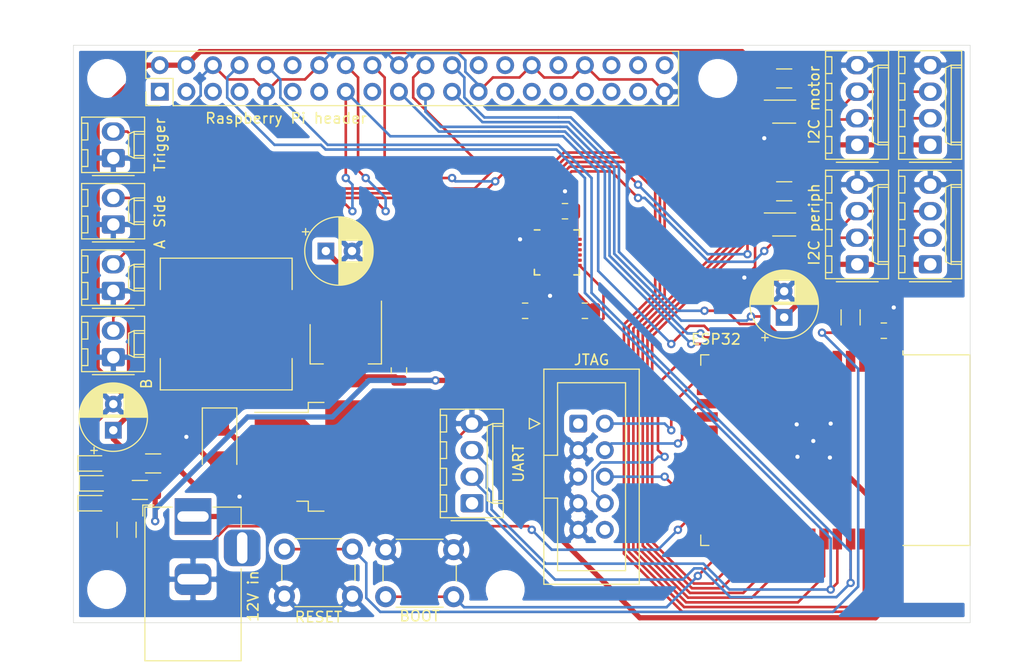
<source format=kicad_pcb>
(kicad_pcb (version 20171130) (host pcbnew 5.1.9+dfsg1-1)
  (layers (0 F.Cu signal) (31 B.Cu signal) (34 B.Paste user) (35 F.Paste user) (36 B.SilkS user) (37 F.SilkS user) (38 B.Mask user) (39 F.Mask user) (44 Edge.Cuts user))
  (net 0 "")
  (net 1 +5V)
  (net 2 GND)
  (net 3 +3V3)
  (net 4 "Net-(C6-Pad1)")
  (net 5 "Net-(C8-Pad1)")
  (net 6 "Net-(D1-Pad1)")
  (net 7 "Net-(D2-Pad2)")
  (net 8 "Net-(D3-Pad2)")
  (net 9 "Net-(D4-Pad2)")
  (net 10 "Net-(J1-Pad1)")
  (net 11 "Net-(J2-Pad1)")
  (net 12 "Net-(J2-Pad3)")
  (net 13 "Net-(J2-Pad5)")
  (net 14 "Net-(J2-Pad7)")
  (net 15 /UART_MOSI)
  (net 16 /UART_MISO)
  (net 17 "Net-(J2-Pad11)")
  (net 18 "Net-(J2-Pad12)")
  (net 19 "Net-(J2-Pad13)")
  (net 20 /BTN_B)
  (net 21 /BTN_A)
  (net 22 "Net-(J2-Pad17)")
  (net 23 /SIDE_BTN)
  (net 24 /SPI_MOSI)
  (net 25 /SPI_MISO)
  (net 26 /TRIG_BTN)
  (net 27 /SPI_CLK)
  (net 28 /SPI_CS0)
  (net 29 "Net-(J2-Pad26)")
  (net 30 "Net-(J2-Pad27)")
  (net 31 "Net-(J2-Pad28)")
  (net 32 "Net-(J2-Pad29)")
  (net 33 "Net-(J2-Pad31)")
  (net 34 "Net-(J2-Pad32)")
  (net 35 "Net-(J2-Pad33)")
  (net 36 "Net-(J2-Pad35)")
  (net 37 "Net-(J2-Pad36)")
  (net 38 "Net-(J2-Pad37)")
  (net 39 "Net-(J2-Pad38)")
  (net 40 "Net-(J2-Pad40)")
  (net 41 "Net-(J7-Pad2)")
  (net 42 "Net-(J7-Pad3)")
  (net 43 "Net-(J10-Pad3)")
  (net 44 "Net-(J10-Pad2)")
  (net 45 "Net-(R2-Pad2)")
  (net 46 "Net-(R4-Pad1)")
  (net 47 "Net-(R5-Pad2)")
  (net 48 "Net-(R6-Pad2)")
  (net 49 "Net-(SW2-Pad2)")
  (net 50 "Net-(U3-Pad4)")
  (net 51 "Net-(U3-Pad5)")
  (net 52 "Net-(U3-Pad6)")
  (net 53 "Net-(U3-Pad7)")
  (net 54 "Net-(U3-Pad17)")
  (net 55 "Net-(U3-Pad18)")
  (net 56 "Net-(U3-Pad19)")
  (net 57 "Net-(U3-Pad20)")
  (net 58 "Net-(U3-Pad21)")
  (net 59 "Net-(U3-Pad22)")
  (net 60 "Net-(U3-Pad26)")
  (net 61 /SDA_MOTOR)
  (net 62 /SCL_MOTOR)
  (net 63 "Net-(U3-Pad29)")
  (net 64 /SDA_PERIPH)
  (net 65 /SCL_PERIPH)
  (net 66 "Net-(U3-Pad32)")
  (net 67 "Net-(U6-Pad6)")
  (net 68 "Net-(U6-Pad7)")
  (net 69 "Net-(U6-Pad12)")
  (net 70 "Net-(J11-Pad1)")
  (net 71 /JTAG_TMS)
  (net 72 /JTAG_TCK)
  (net 73 /JTAG_TDO)
  (net 74 /JTAG_TDI)
  (net 75 "Net-(J11-Pad10)")
  (net 76 "Net-(J12-Pad1)")
  (module MountingHole:MountingHole_2.7mm_M2.5 (layer F.Cu) (at 82.55 93.345)
    (fp_text reference REF** hide)
    (fp_text value MountingHole_2.7mm_M2.5)
    (pad 1 np_thru_hole circle (at 0 0) (size 2.7 2.7) (drill 2.7) (layers *.Cu *.Mask))
  )
  (module MountingHole:MountingHole_2.7mm_M2.5 (layer F.Cu) (at 44.45 93.345)
    (fp_text reference REF** hide)
    (fp_text value MountingHole_2.7mm_M2.5)
    (pad 1 np_thru_hole circle (at 0 0) (size 2.7 2.7) (drill 2.7) (layers *.Cu *.Mask))
  )
  (module MountingHole:MountingHole_2.7mm_M2.5 (layer F.Cu) (at 102.87 44.45)
    (fp_text reference REF** hide)
    (fp_text value MountingHole_2.7mm_M2.5)
    (pad 1 np_thru_hole circle (at 0 0) (size 2.7 2.7) (drill 2.7) (layers *.Cu *.Mask))
  )
  (module MountingHole:MountingHole_2.7mm_M2.5 (layer F.Cu) (at 44.45 44.45)
    (fp_text reference REF** hide)
    (fp_text value MountingHole_2.7mm_M2.5)
    (pad 1 np_thru_hole circle (at 0 0) (size 2.7 2.7) (drill 2.7) (layers *.Cu *.Mask))
  )
  (module Capacitor_THT:CP_Radial_D6.3mm_P2.50mm (layer F.Cu) (at 45.085 78.105 90)
    (fp_text reference C1 hide)
    (fp_text value 10u)
    (pad 1 thru_hole rect (at 0 0 90) (size 1.6 1.6) (drill 0.8) (layers *.Cu *.Mask) (net 1 +5V))
    (pad 2 thru_hole circle (at 2.5 0 90) (size 1.6 1.6) (drill 0.8) (layers *.Cu *.Mask) (net 2 GND))
  )
  (module Capacitor_THT:CP_Radial_D6.3mm_P2.50mm (layer F.Cu) (at 65.405 60.96)
    (fp_text reference C2 hide)
    (fp_text value 10u)
    (pad 2 thru_hole circle (at 2.5 0) (size 1.6 1.6) (drill 0.8) (layers *.Cu *.Mask) (net 2 GND))
    (pad 1 thru_hole rect (at 0 0) (size 1.6 1.6) (drill 0.8) (layers *.Cu *.Mask) (net 3 +3V3))
  )
  (module Capacitor_SMD:C_0805_2012Metric (layer F.Cu) (at 72.39 72.39 90)
    (fp_text reference C3 hide)
    (fp_text value 100n)
    (pad 2 smd roundrect (at 0.95 0 90) (size 1 1.45) (layers F.Cu F.Paste F.Mask) (net 2 GND))
    (pad 1 smd roundrect (at -0.95 0 90) (size 1 1.45) (layers F.Cu F.Paste F.Mask) (net 3 +3V3))
  )
  (module Capacitor_SMD:C_0805_2012Metric (layer F.Cu) (at 118.745 68.58)
    (fp_text reference C4 hide)
    (fp_text value 100n)
    (pad 1 smd roundrect (at -0.95 0) (size 1 1.45) (layers F.Cu F.Paste F.Mask) (net 3 +3V3))
    (pad 2 smd roundrect (at 0.95 0) (size 1 1.45) (layers F.Cu F.Paste F.Mask) (net 2 GND))
  )
  (module Capacitor_THT:CP_Radial_D6.3mm_P2.50mm (layer F.Cu) (at 109.22 67.31 90)
    (fp_text reference C5 hide)
    (fp_text value 10u)
    (pad 1 thru_hole rect (at 0 0 90) (size 1.6 1.6) (drill 0.8) (layers *.Cu *.Mask) (net 3 +3V3))
    (pad 2 thru_hole circle (at 2.5 0 90) (size 1.6 1.6) (drill 0.8) (layers *.Cu *.Mask) (net 2 GND))
  )
  (module Capacitor_SMD:C_0805_2012Metric (layer F.Cu) (at 90.17 66.675)
    (fp_text reference C6 hide)
    (fp_text value 100n)
    (pad 2 smd roundrect (at 0.95 0) (size 1 1.45) (layers F.Cu F.Paste F.Mask) (net 2 GND))
    (pad 1 smd roundrect (at -0.95 0) (size 1 1.45) (layers F.Cu F.Paste F.Mask) (net 4 "Net-(C6-Pad1)"))
  )
  (module Capacitor_SMD:C_0805_2012Metric (layer F.Cu) (at 84.455 66.675)
    (fp_text reference C7 hide)
    (fp_text value 100n)
    (pad 1 smd roundrect (at -0.95 0) (size 1 1.45) (layers F.Cu F.Paste F.Mask) (net 3 +3V3))
    (pad 2 smd roundrect (at 0.95 0) (size 1 1.45) (layers F.Cu F.Paste F.Mask) (net 2 GND))
  )
  (module Capacitor_SMD:C_0805_2012Metric (layer F.Cu) (at 88.265 57.15)
    (fp_text reference C8 hide)
    (fp_text value "2.2n 50V")
    (pad 1 smd roundrect (at -0.95 0) (size 1 1.45) (layers F.Cu F.Paste F.Mask) (net 5 "Net-(C8-Pad1)"))
    (pad 2 smd roundrect (at 0.95 0) (size 1 1.45) (layers F.Cu F.Paste F.Mask) (net 2 GND))
  )
  (module Diode_SMD:D_SMA (layer F.Cu) (at 55.245 79.375 270)
    (fp_text reference D1 hide)
    (fp_text value SS54)
    (pad 1 smd rect (at -2 0 270) (size 2.5 1.8) (layers F.Cu F.Paste F.Mask) (net 6 "Net-(D1-Pad1)"))
    (pad 2 smd rect (at 2 0 270) (size 2.5 1.8) (layers F.Cu F.Paste F.Mask) (net 2 GND))
  )
  (module LED_SMD:LED_0603_1608Metric (layer F.Cu) (at 43.18 81.28)
    (fp_text reference D2 hide)
    (fp_text value "5V power")
    (pad 2 smd roundrect (at 0.7875 0) (size 0.875 0.95) (layers F.Cu F.Paste F.Mask) (net 7 "Net-(D2-Pad2)"))
    (pad 1 smd roundrect (at -0.7875 0) (size 0.875 0.95) (layers F.Cu F.Paste F.Mask) (net 2 GND))
  )
  (module LED_SMD:LED_0603_1608Metric (layer F.Cu) (at 43.3325 83.185)
    (fp_text reference D3 hide)
    (fp_text value "3V3 power")
    (pad 1 smd roundrect (at -0.7875 0) (size 0.875 0.95) (layers F.Cu F.Paste F.Mask) (net 2 GND))
    (pad 2 smd roundrect (at 0.7875 0) (size 0.875 0.95) (layers F.Cu F.Paste F.Mask) (net 8 "Net-(D3-Pad2)"))
  )
  (module LED_SMD:LED_0603_1608Metric (layer F.Cu) (at 43.18 85.09)
    (fp_text reference D4 hide)
    (fp_text value Status)
    (pad 1 smd roundrect (at -0.7875 0) (size 0.875 0.95) (layers F.Cu F.Paste F.Mask) (net 2 GND))
    (pad 2 smd roundrect (at 0.7875 0) (size 0.875 0.95) (layers F.Cu F.Paste F.Mask) (net 9 "Net-(D4-Pad2)"))
  )
  (module Connector_BarrelJack:BarrelJack_Horizontal (layer F.Cu) (at 52.705 86.36 90)
    (fp_text reference "12V in" (at -7.62 5.75 90) (layer F.SilkS))
    (fp_text value "Battery in")
    (pad 1 thru_hole rect (at 0 0 90) (size 3.5 3.5) (drill oval 1 3) (layers *.Cu *.Mask) (net 10 "Net-(J1-Pad1)"))
    (pad 2 thru_hole roundrect (at -6 0 90) (size 3 3.5) (drill oval 1 3) (layers *.Cu *.Mask) (net 2 GND))
    (pad 3 thru_hole roundrect (at -3 4.7 90) (size 3.5 3.5) (drill oval 3 1) (layers *.Cu *.Mask))
  )
  (module Connector_PinHeader_2.54mm:PinHeader_2x20_P2.54mm_Vertical (layer F.Cu) (at 49.53 45.72 90)
    (fp_text reference "Raspberry Pi header" (at -2.54 12.065 180) (layer F.SilkS))
    (fp_text value Raspberry_Pi_2_3_4)
    (pad 1 thru_hole rect (at 0 0 90) (size 1.7 1.7) (drill 1) (layers *.Cu *.Mask) (net 11 "Net-(J2-Pad1)"))
    (pad 2 thru_hole oval (at 2.54 0 90) (size 1.7 1.7) (drill 1) (layers *.Cu *.Mask) (net 1 +5V))
    (pad 3 thru_hole oval (at 0 2.54 90) (size 1.7 1.7) (drill 1) (layers *.Cu *.Mask) (net 12 "Net-(J2-Pad3)"))
    (pad 4 thru_hole oval (at 2.54 2.54 90) (size 1.7 1.7) (drill 1) (layers *.Cu *.Mask) (net 1 +5V))
    (pad 5 thru_hole oval (at 0 5.08 90) (size 1.7 1.7) (drill 1) (layers *.Cu *.Mask) (net 13 "Net-(J2-Pad5)"))
    (pad 6 thru_hole oval (at 2.54 5.08 90) (size 1.7 1.7) (drill 1) (layers *.Cu *.Mask) (net 2 GND))
    (pad 7 thru_hole oval (at 0 7.62 90) (size 1.7 1.7) (drill 1) (layers *.Cu *.Mask) (net 14 "Net-(J2-Pad7)"))
    (pad 8 thru_hole oval (at 2.54 7.62 90) (size 1.7 1.7) (drill 1) (layers *.Cu *.Mask) (net 15 /UART_MOSI))
    (pad 9 thru_hole oval (at 0 10.16 90) (size 1.7 1.7) (drill 1) (layers *.Cu *.Mask) (net 2 GND))
    (pad 10 thru_hole oval (at 2.54 10.16 90) (size 1.7 1.7) (drill 1) (layers *.Cu *.Mask) (net 16 /UART_MISO))
    (pad 11 thru_hole oval (at 0 12.7 90) (size 1.7 1.7) (drill 1) (layers *.Cu *.Mask) (net 17 "Net-(J2-Pad11)"))
    (pad 12 thru_hole oval (at 2.54 12.7 90) (size 1.7 1.7) (drill 1) (layers *.Cu *.Mask) (net 18 "Net-(J2-Pad12)"))
    (pad 13 thru_hole oval (at 0 15.24 90) (size 1.7 1.7) (drill 1) (layers *.Cu *.Mask) (net 19 "Net-(J2-Pad13)"))
    (pad 14 thru_hole oval (at 2.54 15.24 90) (size 1.7 1.7) (drill 1) (layers *.Cu *.Mask) (net 2 GND))
    (pad 15 thru_hole oval (at 0 17.78 90) (size 1.7 1.7) (drill 1) (layers *.Cu *.Mask) (net 20 /BTN_B))
    (pad 16 thru_hole oval (at 2.54 17.78 90) (size 1.7 1.7) (drill 1) (layers *.Cu *.Mask) (net 21 /BTN_A))
    (pad 17 thru_hole oval (at 0 20.32 90) (size 1.7 1.7) (drill 1) (layers *.Cu *.Mask) (net 22 "Net-(J2-Pad17)"))
    (pad 18 thru_hole oval (at 2.54 20.32 90) (size 1.7 1.7) (drill 1) (layers *.Cu *.Mask) (net 23 /SIDE_BTN))
    (pad 19 thru_hole oval (at 0 22.86 90) (size 1.7 1.7) (drill 1) (layers *.Cu *.Mask) (net 24 /SPI_MOSI))
    (pad 20 thru_hole oval (at 2.54 22.86 90) (size 1.7 1.7) (drill 1) (layers *.Cu *.Mask) (net 2 GND))
    (pad 21 thru_hole oval (at 0 25.4 90) (size 1.7 1.7) (drill 1) (layers *.Cu *.Mask) (net 25 /SPI_MISO))
    (pad 22 thru_hole oval (at 2.54 25.4 90) (size 1.7 1.7) (drill 1) (layers *.Cu *.Mask) (net 26 /TRIG_BTN))
    (pad 23 thru_hole oval (at 0 27.94 90) (size 1.7 1.7) (drill 1) (layers *.Cu *.Mask) (net 27 /SPI_CLK))
    (pad 24 thru_hole oval (at 2.54 27.94 90) (size 1.7 1.7) (drill 1) (layers *.Cu *.Mask) (net 28 /SPI_CS0))
    (pad 25 thru_hole oval (at 0 30.48 90) (size 1.7 1.7) (drill 1) (layers *.Cu *.Mask) (net 2 GND))
    (pad 26 thru_hole oval (at 2.54 30.48 90) (size 1.7 1.7) (drill 1) (layers *.Cu *.Mask) (net 29 "Net-(J2-Pad26)"))
    (pad 27 thru_hole oval (at 0 33.02 90) (size 1.7 1.7) (drill 1) (layers *.Cu *.Mask) (net 30 "Net-(J2-Pad27)"))
    (pad 28 thru_hole oval (at 2.54 33.02 90) (size 1.7 1.7) (drill 1) (layers *.Cu *.Mask) (net 31 "Net-(J2-Pad28)"))
    (pad 29 thru_hole oval (at 0 35.56 90) (size 1.7 1.7) (drill 1) (layers *.Cu *.Mask) (net 32 "Net-(J2-Pad29)"))
    (pad 30 thru_hole oval (at 2.54 35.56 90) (size 1.7 1.7) (drill 1) (layers *.Cu *.Mask) (net 2 GND))
    (pad 31 thru_hole oval (at 0 38.1 90) (size 1.7 1.7) (drill 1) (layers *.Cu *.Mask) (net 33 "Net-(J2-Pad31)"))
    (pad 32 thru_hole oval (at 2.54 38.1 90) (size 1.7 1.7) (drill 1) (layers *.Cu *.Mask) (net 34 "Net-(J2-Pad32)"))
    (pad 33 thru_hole oval (at 0 40.64 90) (size 1.7 1.7) (drill 1) (layers *.Cu *.Mask) (net 35 "Net-(J2-Pad33)"))
    (pad 34 thru_hole oval (at 2.54 40.64 90) (size 1.7 1.7) (drill 1) (layers *.Cu *.Mask) (net 2 GND))
    (pad 35 thru_hole oval (at 0 43.18 90) (size 1.7 1.7) (drill 1) (layers *.Cu *.Mask) (net 36 "Net-(J2-Pad35)"))
    (pad 36 thru_hole oval (at 2.54 43.18 90) (size 1.7 1.7) (drill 1) (layers *.Cu *.Mask) (net 37 "Net-(J2-Pad36)"))
    (pad 37 thru_hole oval (at 0 45.72 90) (size 1.7 1.7) (drill 1) (layers *.Cu *.Mask) (net 38 "Net-(J2-Pad37)"))
    (pad 38 thru_hole oval (at 2.54 45.72 90) (size 1.7 1.7) (drill 1) (layers *.Cu *.Mask) (net 39 "Net-(J2-Pad38)"))
    (pad 39 thru_hole oval (at 0 48.26 90) (size 1.7 1.7) (drill 1) (layers *.Cu *.Mask) (net 2 GND))
    (pad 40 thru_hole oval (at 2.54 48.26 90) (size 1.7 1.7) (drill 1) (layers *.Cu *.Mask) (net 40 "Net-(J2-Pad40)"))
  )
  (module Connector_Molex:Molex_KK-254_AE-6410-02A_1x02_P2.54mm_Vertical (layer F.Cu) (at 45.085 52.07 90)
    (fp_text reference Trigger (at 1.27 4.445 90) (layer F.SilkS))
    (fp_text value Trigger)
    (pad 1 thru_hole roundrect (at 0 0 90) (size 1.74 2.19) (drill 1.19) (layers *.Cu *.Mask) (roundrect_rratio 0.1436775862068966) (net 2 GND))
    (pad 2 thru_hole oval (at 2.54 0 90) (size 1.74 2.19) (drill 1.19) (layers *.Cu *.Mask) (net 26 /TRIG_BTN))
  )
  (module Connector_Molex:Molex_KK-254_AE-6410-02A_1x02_P2.54mm_Vertical (layer F.Cu) (at 45.085 58.42 90)
    (fp_text reference Side (at 1.27 4.445 90) (layer F.SilkS))
    (fp_text value "Side select")
    (pad 2 thru_hole oval (at 2.54 0 90) (size 1.74 2.19) (drill 1.19) (layers *.Cu *.Mask) (net 23 /SIDE_BTN))
    (pad 1 thru_hole roundrect (at 0 0 90) (size 1.74 2.19) (drill 1.19) (layers *.Cu *.Mask) (roundrect_rratio 0.1436775862068966) (net 2 GND))
  )
  (module Connector_Molex:Molex_KK-254_AE-6410-02A_1x02_P2.54mm_Vertical (layer F.Cu) (at 45.085 64.77 90)
    (fp_text reference A (at 4.445 4.445 90) (layer F.SilkS))
    (fp_text value "Button A")
    (pad 1 thru_hole roundrect (at 0 0 90) (size 1.74 2.19) (drill 1.19) (layers *.Cu *.Mask) (roundrect_rratio 0.1436775862068966) (net 2 GND))
    (pad 2 thru_hole oval (at 2.54 0 90) (size 1.74 2.19) (drill 1.19) (layers *.Cu *.Mask) (net 21 /BTN_A))
  )
  (module Connector_Molex:Molex_KK-254_AE-6410-02A_1x02_P2.54mm_Vertical (layer F.Cu) (at 45.085 71.12 90)
    (fp_text reference B (at -2.54 3.175 90) (layer F.SilkS))
    (fp_text value "Button B")
    (pad 2 thru_hole oval (at 2.54 0 90) (size 1.74 2.19) (drill 1.19) (layers *.Cu *.Mask) (net 20 /BTN_B))
    (pad 1 thru_hole roundrect (at 0 0 90) (size 1.74 2.19) (drill 1.19) (layers *.Cu *.Mask) (roundrect_rratio 0.1436775862068966) (net 2 GND))
  )
  (module Connector_Molex:Molex_KK-254_AE-6410-04A_1x04_P2.54mm_Vertical (layer F.Cu) (at 123.19 62.23 90)
    (fp_text reference J7 hide)
    (fp_text value "I2C Peripheral")
    (pad 1 thru_hole roundrect (at 0 0 90) (size 1.74 2.19) (drill 1.19) (layers *.Cu *.Mask) (roundrect_rratio 0.1436775862068966) (net 1 +5V))
    (pad 2 thru_hole oval (at 2.54 0 90) (size 1.74 2.19) (drill 1.19) (layers *.Cu *.Mask) (net 41 "Net-(J7-Pad2)"))
    (pad 3 thru_hole oval (at 5.08 0 90) (size 1.74 2.19) (drill 1.19) (layers *.Cu *.Mask) (net 42 "Net-(J7-Pad3)"))
    (pad 4 thru_hole oval (at 7.62 0 90) (size 1.74 2.19) (drill 1.19) (layers *.Cu *.Mask) (net 2 GND))
  )
  (module Connector_Molex:Molex_KK-254_AE-6410-04A_1x04_P2.54mm_Vertical (layer F.Cu) (at 116.205 62.23 90)
    (fp_text reference "I2C periph" (at 3.81 -4.12 90) (layer F.SilkS))
    (fp_text value "I2C Peripheral")
    (pad 1 thru_hole roundrect (at 0 0 90) (size 1.74 2.19) (drill 1.19) (layers *.Cu *.Mask) (roundrect_rratio 0.1436775862068966) (net 1 +5V))
    (pad 2 thru_hole oval (at 2.54 0 90) (size 1.74 2.19) (drill 1.19) (layers *.Cu *.Mask) (net 41 "Net-(J7-Pad2)"))
    (pad 3 thru_hole oval (at 5.08 0 90) (size 1.74 2.19) (drill 1.19) (layers *.Cu *.Mask) (net 42 "Net-(J7-Pad3)"))
    (pad 4 thru_hole oval (at 7.62 0 90) (size 1.74 2.19) (drill 1.19) (layers *.Cu *.Mask) (net 2 GND))
  )
  (module Connector_Molex:Molex_KK-254_AE-6410-04A_1x04_P2.54mm_Vertical (layer F.Cu) (at 116.205 50.8 90)
    (fp_text reference "I2C motor" (at 3.81 -4.12 90) (layer F.SilkS))
    (fp_text value "I2C Motor")
    (pad 4 thru_hole oval (at 7.62 0 90) (size 1.74 2.19) (drill 1.19) (layers *.Cu *.Mask) (net 2 GND))
    (pad 3 thru_hole oval (at 5.08 0 90) (size 1.74 2.19) (drill 1.19) (layers *.Cu *.Mask) (net 43 "Net-(J10-Pad3)"))
    (pad 2 thru_hole oval (at 2.54 0 90) (size 1.74 2.19) (drill 1.19) (layers *.Cu *.Mask) (net 44 "Net-(J10-Pad2)"))
    (pad 1 thru_hole roundrect (at 0 0 90) (size 1.74 2.19) (drill 1.19) (layers *.Cu *.Mask) (roundrect_rratio 0.1436775862068966) (net 1 +5V))
  )
  (module Connector_Molex:Molex_KK-254_AE-6410-04A_1x04_P2.54mm_Vertical (layer F.Cu) (at 123.19 50.8 90)
    (fp_text reference J10 hide)
    (fp_text value "I2C Motor")
    (pad 4 thru_hole oval (at 7.62 0 90) (size 1.74 2.19) (drill 1.19) (layers *.Cu *.Mask) (net 2 GND))
    (pad 3 thru_hole oval (at 5.08 0 90) (size 1.74 2.19) (drill 1.19) (layers *.Cu *.Mask) (net 43 "Net-(J10-Pad3)"))
    (pad 2 thru_hole oval (at 2.54 0 90) (size 1.74 2.19) (drill 1.19) (layers *.Cu *.Mask) (net 44 "Net-(J10-Pad2)"))
    (pad 1 thru_hole roundrect (at 0 0 90) (size 1.74 2.19) (drill 1.19) (layers *.Cu *.Mask) (roundrect_rratio 0.1436775862068966) (net 1 +5V))
  )
  (module Inductor_SMD:L_12x12mm_H6mm (layer F.Cu) (at 55.88 67.945)
    (fp_text reference L1 hide)
    (fp_text value 100u)
    (pad 1 smd rect (at -4.95 0) (size 2.9 5.4) (layers F.Cu F.Paste F.Mask) (net 6 "Net-(D1-Pad1)"))
    (pad 2 smd rect (at 4.95 0) (size 2.9 5.4) (layers F.Cu F.Paste F.Mask) (net 1 +5V))
  )
  (module Resistor_SMD:R_1206_3216Metric (layer F.Cu) (at 48.895 81.28)
    (fp_text reference R1 hide)
    (fp_text value 220)
    (pad 2 smd roundrect (at 1.4625 0) (size 1.125 1.75) (layers F.Cu F.Paste F.Mask) (roundrect_rratio 0.2222213333333333) (net 7 "Net-(D2-Pad2)"))
    (pad 1 smd roundrect (at -1.4625 0) (size 1.125 1.75) (layers F.Cu F.Paste F.Mask) (roundrect_rratio 0.2222213333333333) (net 1 +5V))
  )
  (module Resistor_SMD:R_1206_3216Metric (layer F.Cu) (at 115.57 67.31 270)
    (fp_text reference R2 hide)
    (fp_text value 10k)
    (pad 1 smd roundrect (at -1.4625 0 270) (size 1.125 1.75) (layers F.Cu F.Paste F.Mask) (roundrect_rratio 0.2222213333333333) (net 3 +3V3))
    (pad 2 smd roundrect (at 1.4625 0 270) (size 1.125 1.75) (layers F.Cu F.Paste F.Mask) (roundrect_rratio 0.2222213333333333) (net 45 "Net-(R2-Pad2)"))
  )
  (module Resistor_SMD:R_1206_3216Metric (layer F.Cu) (at 47.625 83.82 180)
    (fp_text reference R3 hide)
    (fp_text value 100)
    (pad 1 smd roundrect (at -1.4625 0 180) (size 1.125 1.75) (layers F.Cu F.Paste F.Mask) (roundrect_rratio 0.2222213333333333) (net 3 +3V3))
    (pad 2 smd roundrect (at 1.4625 0 180) (size 1.125 1.75) (layers F.Cu F.Paste F.Mask) (roundrect_rratio 0.2222213333333333) (net 8 "Net-(D3-Pad2)"))
  )
  (module Resistor_SMD:R_1206_3216Metric (layer F.Cu) (at 46.355 87.63 90)
    (fp_text reference R4 hide)
    (fp_text value 100)
    (pad 2 smd roundrect (at 1.4625 0 90) (size 1.125 1.75) (layers F.Cu F.Paste F.Mask) (roundrect_rratio 0.2222213333333333) (net 9 "Net-(D4-Pad2)"))
    (pad 1 smd roundrect (at -1.4625 0 90) (size 1.125 1.75) (layers F.Cu F.Paste F.Mask) (roundrect_rratio 0.2222213333333333) (net 46 "Net-(R4-Pad1)"))
  )
  (module Resistor_SMD:R_1206_3216Metric (layer F.Cu) (at 109.22 55.245)
    (fp_text reference R5 hide)
    (fp_text value 200k)
    (pad 2 smd roundrect (at 1.4625 0) (size 1.125 1.75) (layers F.Cu F.Paste F.Mask) (roundrect_rratio 0.2222213333333333) (net 47 "Net-(R5-Pad2)"))
    (pad 1 smd roundrect (at -1.4625 0) (size 1.125 1.75) (layers F.Cu F.Paste F.Mask) (roundrect_rratio 0.2222213333333333) (net 1 +5V))
  )
  (module Resistor_SMD:R_1206_3216Metric (layer F.Cu) (at 109.22 44.45)
    (fp_text reference R6 hide)
    (fp_text value 200k)
    (pad 1 smd roundrect (at -1.4625 0) (size 1.125 1.75) (layers F.Cu F.Paste F.Mask) (roundrect_rratio 0.2222213333333333) (net 1 +5V))
    (pad 2 smd roundrect (at 1.4625 0) (size 1.125 1.75) (layers F.Cu F.Paste F.Mask) (roundrect_rratio 0.2222213333333333) (net 48 "Net-(R6-Pad2)"))
  )
  (module Button_Switch_THT:SW_PUSH_6mm (layer F.Cu) (at 67.945 93.98 180)
    (fp_text reference RESET (at 3.25 -2) (layer F.SilkS))
    (fp_text value RESET)
    (pad 1 thru_hole circle (at 6.5 0 270) (size 2 2) (drill 1.1) (layers *.Cu *.Mask) (net 2 GND))
    (pad 2 thru_hole circle (at 6.5 4.5 270) (size 2 2) (drill 1.1) (layers *.Cu *.Mask) (net 45 "Net-(R2-Pad2)"))
    (pad 1 thru_hole circle (at 0 0 270) (size 2 2) (drill 1.1) (layers *.Cu *.Mask) (net 2 GND))
    (pad 2 thru_hole circle (at 0 4.5 270) (size 2 2) (drill 1.1) (layers *.Cu *.Mask) (net 45 "Net-(R2-Pad2)"))
  )
  (module Button_Switch_THT:SW_PUSH_6mm (layer F.Cu) (at 71.12 89.535)
    (fp_text reference BOOT (at 3.25 6.35) (layer F.SilkS))
    (fp_text value BOOT)
    (pad 2 thru_hole circle (at 0 4.5 90) (size 2 2) (drill 1.1) (layers *.Cu *.Mask) (net 49 "Net-(SW2-Pad2)"))
    (pad 1 thru_hole circle (at 0 0 90) (size 2 2) (drill 1.1) (layers *.Cu *.Mask) (net 2 GND))
    (pad 2 thru_hole circle (at 6.5 4.5 90) (size 2 2) (drill 1.1) (layers *.Cu *.Mask) (net 49 "Net-(SW2-Pad2)"))
    (pad 1 thru_hole circle (at 6.5 0 90) (size 2 2) (drill 1.1) (layers *.Cu *.Mask) (net 2 GND))
  )
  (module Package_TO_SOT_SMD:TO-263-5_TabPin3 (layer F.Cu) (at 66.675 80.645)
    (fp_text reference U1 hide)
    (fp_text value LM2576S-5)
    (pad 1 smd rect (at -5.775 -3.4) (size 4.6 1.1) (layers F.Cu F.Paste F.Mask) (net 10 "Net-(J1-Pad1)"))
    (pad 2 smd rect (at -5.775 -1.7) (size 4.6 1.1) (layers F.Cu F.Paste F.Mask) (net 6 "Net-(D1-Pad1)"))
    (pad 3 smd rect (at -5.775 0) (size 4.6 1.1) (layers F.Cu F.Paste F.Mask) (net 2 GND))
    (pad 4 smd rect (at -5.775 1.7) (size 4.6 1.1) (layers F.Cu F.Paste F.Mask) (net 1 +5V))
    (pad 5 smd rect (at -5.775 3.4) (size 4.6 1.1) (layers F.Cu F.Paste F.Mask) (net 2 GND))
    (pad 3 smd rect (at 3.375 0) (size 9.4 10.8) (layers F.Cu F.Mask) (net 2 GND))
  )
  (module Package_TO_SOT_SMD:SOT-223-3_TabPin2 (layer F.Cu) (at 67.31 69.85 270)
    (fp_text reference U2 hide)
    (fp_text value AMS1117-3.3)
    (pad 2 smd rect (at 3.15 0 270) (size 2 3.8) (layers F.Cu F.Paste F.Mask) (net 3 +3V3))
    (pad 2 smd rect (at -3.15 0 270) (size 2 1.5) (layers F.Cu F.Paste F.Mask) (net 3 +3V3))
    (pad 3 smd rect (at -3.15 2.3 270) (size 2 1.5) (layers F.Cu F.Paste F.Mask) (net 1 +5V))
    (pad 1 smd rect (at -3.15 -2.3 270) (size 2 1.5) (layers F.Cu F.Paste F.Mask) (net 2 GND))
  )
  (module RF_Module:ESP32-WROOM-32 (layer F.Cu) (at 111.125 80.01 270)
    (fp_text reference ESP32 (at -10.61 8.43) (layer F.SilkS))
    (fp_text value ESP32-WROOM-32)
    (pad 39 smd rect (at -1 -0.755 270) (size 5 5) (layers F.Cu F.Paste F.Mask) (net 2 GND))
    (pad 1 smd rect (at -8.5 -8.255 270) (size 2 0.9) (layers F.Cu F.Paste F.Mask) (net 2 GND))
    (pad 2 smd rect (at -8.5 -6.985 270) (size 2 0.9) (layers F.Cu F.Paste F.Mask) (net 3 +3V3))
    (pad 3 smd rect (at -8.5 -5.715 270) (size 2 0.9) (layers F.Cu F.Paste F.Mask) (net 45 "Net-(R2-Pad2)"))
    (pad 4 smd rect (at -8.5 -4.445 270) (size 2 0.9) (layers F.Cu F.Paste F.Mask) (net 50 "Net-(U3-Pad4)"))
    (pad 5 smd rect (at -8.5 -3.175 270) (size 2 0.9) (layers F.Cu F.Paste F.Mask) (net 51 "Net-(U3-Pad5)"))
    (pad 6 smd rect (at -8.5 -1.905 270) (size 2 0.9) (layers F.Cu F.Paste F.Mask) (net 52 "Net-(U3-Pad6)"))
    (pad 7 smd rect (at -8.5 -0.635 270) (size 2 0.9) (layers F.Cu F.Paste F.Mask) (net 53 "Net-(U3-Pad7)"))
    (pad 8 smd rect (at -8.5 0.635 270) (size 2 0.9) (layers F.Cu F.Paste F.Mask) (net 27 /SPI_CLK))
    (pad 9 smd rect (at -8.5 1.905 270) (size 2 0.9) (layers F.Cu F.Paste F.Mask) (net 28 /SPI_CS0))
    (pad 10 smd rect (at -8.5 3.175 270) (size 2 0.9) (layers F.Cu F.Paste F.Mask) (net 20 /BTN_B))
    (pad 11 smd rect (at -8.5 4.445 270) (size 2 0.9) (layers F.Cu F.Paste F.Mask) (net 25 /SPI_MISO))
    (pad 12 smd rect (at -8.5 5.715 270) (size 2 0.9) (layers F.Cu F.Paste F.Mask) (net 24 /SPI_MOSI))
    (pad 13 smd rect (at -8.5 6.985 270) (size 2 0.9) (layers F.Cu F.Paste F.Mask) (net 71 /JTAG_TMS))
    (pad 14 smd rect (at -8.5 8.255 270) (size 2 0.9) (layers F.Cu F.Paste F.Mask) (net 74 /JTAG_TDI))
    (pad 15 smd rect (at -5.715 9.255) (size 2 0.9) (layers F.Cu F.Paste F.Mask) (net 2 GND))
    (pad 16 smd rect (at -4.445 9.255) (size 2 0.9) (layers F.Cu F.Paste F.Mask) (net 72 /JTAG_TCK))
    (pad 17 smd rect (at -3.175 9.255) (size 2 0.9) (layers F.Cu F.Paste F.Mask) (net 54 "Net-(U3-Pad17)"))
    (pad 18 smd rect (at -1.905 9.255) (size 2 0.9) (layers F.Cu F.Paste F.Mask) (net 55 "Net-(U3-Pad18)"))
    (pad 19 smd rect (at -0.635 9.255) (size 2 0.9) (layers F.Cu F.Paste F.Mask) (net 56 "Net-(U3-Pad19)"))
    (pad 20 smd rect (at 0.635 9.255) (size 2 0.9) (layers F.Cu F.Paste F.Mask) (net 57 "Net-(U3-Pad20)"))
    (pad 21 smd rect (at 1.905 9.255) (size 2 0.9) (layers F.Cu F.Paste F.Mask) (net 58 "Net-(U3-Pad21)"))
    (pad 22 smd rect (at 3.175 9.255) (size 2 0.9) (layers F.Cu F.Paste F.Mask) (net 59 "Net-(U3-Pad22)"))
    (pad 23 smd rect (at 4.445 9.255) (size 2 0.9) (layers F.Cu F.Paste F.Mask) (net 73 /JTAG_TDO))
    (pad 24 smd rect (at 5.715 9.255) (size 2 0.9) (layers F.Cu F.Paste F.Mask) (net 46 "Net-(R4-Pad1)"))
    (pad 25 smd rect (at 8.5 8.255 270) (size 2 0.9) (layers F.Cu F.Paste F.Mask) (net 49 "Net-(SW2-Pad2)"))
    (pad 26 smd rect (at 8.5 6.985 270) (size 2 0.9) (layers F.Cu F.Paste F.Mask) (net 60 "Net-(U3-Pad26)"))
    (pad 27 smd rect (at 8.5 5.715 270) (size 2 0.9) (layers F.Cu F.Paste F.Mask) (net 64 /SDA_PERIPH))
    (pad 28 smd rect (at 8.5 4.445 270) (size 2 0.9) (layers F.Cu F.Paste F.Mask) (net 65 /SCL_PERIPH))
    (pad 29 smd rect (at 8.5 3.175 270) (size 2 0.9) (layers F.Cu F.Paste F.Mask) (net 63 "Net-(U3-Pad29)"))
    (pad 30 smd rect (at 8.5 1.905 270) (size 2 0.9) (layers F.Cu F.Paste F.Mask) (net 61 /SDA_MOTOR))
    (pad 31 smd rect (at 8.5 0.635 270) (size 2 0.9) (layers F.Cu F.Paste F.Mask) (net 62 /SCL_MOTOR))
    (pad 32 smd rect (at 8.5 -0.635 270) (size 2 0.9) (layers F.Cu F.Paste F.Mask) (net 66 "Net-(U3-Pad32)"))
    (pad 33 smd rect (at 8.5 -1.905 270) (size 2 0.9) (layers F.Cu F.Paste F.Mask) (net 26 /TRIG_BTN))
    (pad 34 smd rect (at 8.5 -3.175 270) (size 2 0.9) (layers F.Cu F.Paste F.Mask) (net 15 /UART_MOSI))
    (pad 35 smd rect (at 8.5 -4.445 270) (size 2 0.9) (layers F.Cu F.Paste F.Mask) (net 16 /UART_MISO))
    (pad 36 smd rect (at 8.5 -5.715 270) (size 2 0.9) (layers F.Cu F.Paste F.Mask) (net 23 /SIDE_BTN))
    (pad 37 smd rect (at 8.5 -6.985 270) (size 2 0.9) (layers F.Cu F.Paste F.Mask) (net 21 /BTN_A))
    (pad 38 smd rect (at 8.5 -8.255 270) (size 2 0.9) (layers F.Cu F.Paste F.Mask) (net 2 GND))
  )
  (module Package_SO:VSSOP-8_2.3x2mm_P0.5mm (layer F.Cu) (at 109.22 58.42)
    (fp_text reference U4 hide)
    (fp_text value PCA9306DC)
    (pad 1 smd rect (at -1.55 -0.75 270) (size 0.3 0.8) (layers F.Cu F.Paste F.Mask) (net 3 +3V3))
    (pad 2 smd rect (at -1.55 -0.25 270) (size 0.3 0.8) (layers F.Cu F.Paste F.Mask) (net 65 /SCL_PERIPH))
    (pad 3 smd rect (at -1.55 0.25 270) (size 0.3 0.8) (layers F.Cu F.Paste F.Mask) (net 64 /SDA_PERIPH))
    (pad 4 smd rect (at -1.55 0.75 270) (size 0.3 0.8) (layers F.Cu F.Paste F.Mask) (net 2 GND))
    (pad 5 smd rect (at 1.55 0.75 270) (size 0.3 0.8) (layers F.Cu F.Paste F.Mask) (net 41 "Net-(J7-Pad2)"))
    (pad 6 smd rect (at 1.55 0.25 270) (size 0.3 0.8) (layers F.Cu F.Paste F.Mask) (net 42 "Net-(J7-Pad3)"))
    (pad 7 smd rect (at 1.55 -0.25 270) (size 0.3 0.8) (layers F.Cu F.Paste F.Mask) (net 47 "Net-(R5-Pad2)"))
    (pad 8 smd rect (at 1.55 -0.75 270) (size 0.3 0.8) (layers F.Cu F.Paste F.Mask) (net 47 "Net-(R5-Pad2)"))
  )
  (module Package_SO:VSSOP-8_2.3x2mm_P0.5mm (layer F.Cu) (at 109.22 47.625)
    (fp_text reference U5 hide)
    (fp_text value PCA9306DC)
    (pad 8 smd rect (at 1.55 -0.75 270) (size 0.3 0.8) (layers F.Cu F.Paste F.Mask) (net 48 "Net-(R6-Pad2)"))
    (pad 7 smd rect (at 1.55 -0.25 270) (size 0.3 0.8) (layers F.Cu F.Paste F.Mask) (net 48 "Net-(R6-Pad2)"))
    (pad 6 smd rect (at 1.55 0.25 270) (size 0.3 0.8) (layers F.Cu F.Paste F.Mask) (net 43 "Net-(J10-Pad3)"))
    (pad 5 smd rect (at 1.55 0.75 270) (size 0.3 0.8) (layers F.Cu F.Paste F.Mask) (net 44 "Net-(J10-Pad2)"))
    (pad 4 smd rect (at -1.55 0.75 270) (size 0.3 0.8) (layers F.Cu F.Paste F.Mask) (net 2 GND))
    (pad 3 smd rect (at -1.55 0.25 270) (size 0.3 0.8) (layers F.Cu F.Paste F.Mask) (net 61 /SDA_MOTOR))
    (pad 2 smd rect (at -1.55 -0.25 270) (size 0.3 0.8) (layers F.Cu F.Paste F.Mask) (net 62 /SCL_MOTOR))
    (pad 1 smd rect (at -1.55 -0.75 270) (size 0.3 0.8) (layers F.Cu F.Paste F.Mask) (net 3 +3V3))
  )
  (module Sensor_Motion:InvenSense_QFN-24_4x4mm_P0.5mm (layer F.Cu) (at 87.490001 61.090001)
    (fp_text reference U6 hide)
    (fp_text value MPU-6050)
    (pad 1 smd roundrect (at -1.95 -1.25) (size 0.85 0.3) (layers F.Cu F.Paste F.Mask) (net 2 GND))
    (pad 2 smd roundrect (at -1.95 -0.75) (size 0.85 0.3) (layers F.Cu F.Paste F.Mask))
    (pad 3 smd roundrect (at -1.95 -0.25) (size 0.85 0.3) (layers F.Cu F.Paste F.Mask))
    (pad 4 smd roundrect (at -1.95 0.25) (size 0.85 0.3) (layers F.Cu F.Paste F.Mask))
    (pad 5 smd roundrect (at -1.95 0.75) (size 0.85 0.3) (layers F.Cu F.Paste F.Mask))
    (pad 6 smd roundrect (at -1.95 1.25) (size 0.85 0.3) (layers F.Cu F.Paste F.Mask) (net 67 "Net-(U6-Pad6)"))
    (pad 7 smd roundrect (at -1.25 1.95 90) (size 0.85 0.3) (layers F.Cu F.Paste F.Mask) (net 68 "Net-(U6-Pad7)"))
    (pad 8 smd roundrect (at -0.75 1.95 90) (size 0.85 0.3) (layers F.Cu F.Paste F.Mask) (net 3 +3V3))
    (pad 9 smd roundrect (at -0.25 1.95 90) (size 0.85 0.3) (layers F.Cu F.Paste F.Mask) (net 2 GND))
    (pad 10 smd roundrect (at 0.25 1.95 90) (size 0.85 0.3) (layers F.Cu F.Paste F.Mask) (net 4 "Net-(C6-Pad1)"))
    (pad 11 smd roundrect (at 0.75 1.95 90) (size 0.85 0.3) (layers F.Cu F.Paste F.Mask) (net 2 GND))
    (pad 12 smd roundrect (at 1.25 1.95 90) (size 0.85 0.3) (layers F.Cu F.Paste F.Mask) (net 69 "Net-(U6-Pad12)"))
    (pad 13 smd roundrect (at 1.95 1.25) (size 0.85 0.3) (layers F.Cu F.Paste F.Mask) (net 3 +3V3))
    (pad 14 smd roundrect (at 1.95 0.75) (size 0.85 0.3) (layers F.Cu F.Paste F.Mask))
    (pad 15 smd roundrect (at 1.95 0.25) (size 0.85 0.3) (layers F.Cu F.Paste F.Mask))
    (pad 16 smd roundrect (at 1.95 -0.25) (size 0.85 0.3) (layers F.Cu F.Paste F.Mask))
    (pad 17 smd roundrect (at 1.95 -0.75) (size 0.85 0.3) (layers F.Cu F.Paste F.Mask))
    (pad 18 smd roundrect (at 1.95 -1.25) (size 0.85 0.3) (layers F.Cu F.Paste F.Mask) (net 2 GND))
    (pad 19 smd roundrect (at 1.25 -1.95 90) (size 0.85 0.3) (layers F.Cu F.Paste F.Mask))
    (pad 20 smd roundrect (at 0.75 -1.95 90) (size 0.85 0.3) (layers F.Cu F.Paste F.Mask) (net 5 "Net-(C8-Pad1)"))
    (pad 21 smd roundrect (at 0.25 -1.95 90) (size 0.85 0.3) (layers F.Cu F.Paste F.Mask))
    (pad 22 smd roundrect (at -0.25 -1.95 90) (size 0.85 0.3) (layers F.Cu F.Paste F.Mask))
    (pad 23 smd roundrect (at -0.75 -1.95 90) (size 0.85 0.3) (layers F.Cu F.Paste F.Mask) (net 65 /SCL_PERIPH))
    (pad 24 smd roundrect (at -1.25 -1.95 90) (size 0.85 0.3) (layers F.Cu F.Paste F.Mask) (net 64 /SDA_PERIPH))
  )
  (module Connector_IDC:IDC-Header_2x05_P2.54mm_Vertical (layer F.Cu) (at 89.535 77.47)
    (fp_text reference JTAG (at 1.27 -6.1) (layer F.SilkS))
    (fp_text value JTAG)
    (pad 1 thru_hole roundrect (at 0 0) (size 1.7 1.7) (drill 1) (layers *.Cu *.Mask) (roundrect_rratio 0.1470588235294118) (net 70 "Net-(J11-Pad1)"))
    (pad 3 thru_hole circle (at 0 2.54) (size 1.7 1.7) (drill 1) (layers *.Cu *.Mask) (net 2 GND))
    (pad 5 thru_hole circle (at 0 5.08) (size 1.7 1.7) (drill 1) (layers *.Cu *.Mask) (net 2 GND))
    (pad 7 thru_hole circle (at 0 7.62) (size 1.7 1.7) (drill 1) (layers *.Cu *.Mask) (net 2 GND))
    (pad 9 thru_hole circle (at 0 10.16) (size 1.7 1.7) (drill 1) (layers *.Cu *.Mask) (net 2 GND))
    (pad 2 thru_hole circle (at 2.54 0) (size 1.7 1.7) (drill 1) (layers *.Cu *.Mask) (net 71 /JTAG_TMS))
    (pad 4 thru_hole circle (at 2.54 2.54) (size 1.7 1.7) (drill 1) (layers *.Cu *.Mask) (net 72 /JTAG_TCK))
    (pad 6 thru_hole circle (at 2.54 5.08) (size 1.7 1.7) (drill 1) (layers *.Cu *.Mask) (net 73 /JTAG_TDO))
    (pad 8 thru_hole circle (at 2.54 7.62) (size 1.7 1.7) (drill 1) (layers *.Cu *.Mask) (net 74 /JTAG_TDI))
    (pad 10 thru_hole circle (at 2.54 10.16) (size 1.7 1.7) (drill 1) (layers *.Cu *.Mask) (net 75 "Net-(J11-Pad10)"))
  )
  (module Connector_Molex:Molex_KK-254_AE-6410-04A_1x04_P2.54mm_Vertical (layer F.Cu) (at 79.375 85.09 90)
    (fp_text reference UART (at 3.81 4.445 90) (layer F.SilkS))
    (fp_text value "UART PGM")
    (pad 1 thru_hole roundrect (at 0 0 90) (size 1.74 2.19) (drill 1.19) (layers *.Cu *.Mask) (roundrect_rratio 0.1436775862068966) (net 76 "Net-(J12-Pad1)"))
    (pad 2 thru_hole oval (at 2.54 0 90) (size 1.74 2.19) (drill 1.19) (layers *.Cu *.Mask) (net 16 /UART_MISO))
    (pad 3 thru_hole oval (at 5.08 0 90) (size 1.74 2.19) (drill 1.19) (layers *.Cu *.Mask) (net 15 /UART_MOSI))
    (pad 4 thru_hole oval (at 7.62 0 90) (size 1.74 2.19) (drill 1.19) (layers *.Cu *.Mask) (net 2 GND))
  )
  (gr_line (start 127 96.52) (end 124.46 96.52) (layer Edge.Cuts) (width 0.05))
  (gr_line (start 127 41.275) (end 127 96.52) (layer Edge.Cuts) (width 0.05))
  (gr_line (start 41.275 41.275) (end 127 41.275) (layer Edge.Cuts) (width 0.05))
  (gr_line (start 41.275 96.52) (end 124.46 96.52) (layer Edge.Cuts) (width 0.05))
  (gr_line (start 41.275 41.275) (end 41.275 96.52) (layer Edge.Cuts) (width 0.05))
  (segment (start 116.205 50.8) (end 111.474998 50.8) (width 0.5) (layer F.Cu) (net 1))
  (segment (start 123.19 50.8) (end 116.205 50.8) (width 0.5) (layer F.Cu) (net 1))
  (segment (start 123.19 62.23) (end 116.205 62.23) (width 0.5) (layer F.Cu) (net 1))
  (segment (start 48.95751 79.75499) (end 47.4325 81.28) (width 0.5) (layer F.Cu) (net 1))
  (segment (start 51.0428 79.75499) (end 48.95751 79.75499) (width 0.5) (layer F.Cu) (net 1))
  (segment (start 51.57001 80.2822) (end 51.0428 79.75499) (width 0.5) (layer F.Cu) (net 1))
  (segment (start 51.57001 82.05001) (end 51.57001 80.2822) (width 0.5) (layer F.Cu) (net 1))
  (segment (start 52.795001 83.275001) (end 51.57001 82.05001) (width 0.5) (layer F.Cu) (net 1))
  (segment (start 56.665001 83.275001) (end 52.795001 83.275001) (width 0.5) (layer F.Cu) (net 1))
  (segment (start 57.595002 82.345) (end 56.665001 83.275001) (width 0.5) (layer F.Cu) (net 1))
  (segment (start 60.9 82.345) (end 57.595002 82.345) (width 0.5) (layer F.Cu) (net 1))
  (segment (start 45.085 78.9325) (end 47.4325 81.28) (width 0.5) (layer F.Cu) (net 1))
  (segment (start 45.085 78.105) (end 45.085 78.9325) (width 0.5) (layer F.Cu) (net 1))
  (segment (start 62.075 66.7) (end 60.83 67.945) (width 0.5) (layer F.Cu) (net 1))
  (segment (start 65.01 66.7) (end 62.075 66.7) (width 0.5) (layer F.Cu) (net 1))
  (segment (start 49.53 43.18) (end 52.07 43.18) (width 0.5) (layer F.Cu) (net 1))
  (segment (start 111.474998 51.527502) (end 111.474998 50.8) (width 0.5) (layer F.Cu) (net 1))
  (segment (start 107.7575 55.245) (end 111.474998 51.527502) (width 0.5) (layer F.Cu) (net 1))
  (segment (start 53.370001 41.879999) (end 52.07 43.18) (width 0.5) (layer F.Cu) (net 1))
  (segment (start 105.187499 41.879999) (end 53.370001 41.879999) (width 0.5) (layer F.Cu) (net 1))
  (segment (start 107.7575 44.45) (end 105.187499 41.879999) (width 0.5) (layer F.Cu) (net 1))
  (segment (start 109.855 46.5475) (end 107.7575 44.45) (width 0.5) (layer F.Cu) (net 1))
  (segment (start 109.855 49.180002) (end 109.855 46.5475) (width 0.5) (layer F.Cu) (net 1))
  (segment (start 111.474998 50.8) (end 109.855 49.180002) (width 0.5) (layer F.Cu) (net 1))
  (segment (start 109.855 57.3425) (end 107.7575 55.245) (width 0.5) (layer F.Cu) (net 1))
  (segment (start 109.855 59.975002) (end 109.855 57.3425) (width 0.5) (layer F.Cu) (net 1))
  (segment (start 112.109998 62.23) (end 109.855 59.975002) (width 0.5) (layer F.Cu) (net 1))
  (segment (start 116.205 62.23) (end 112.109998 62.23) (width 0.5) (layer F.Cu) (net 1))
  (segment (start 46.63001 76.55999) (end 45.085 78.105) (width 0.5) (layer F.Cu) (net 1))
  (segment (start 49.119999 64.794999) (end 46.63001 67.284988) (width 0.5) (layer F.Cu) (net 1))
  (segment (start 57.679999 64.794999) (end 49.119999 64.794999) (width 0.5) (layer F.Cu) (net 1))
  (segment (start 60.83 67.945) (end 57.679999 64.794999) (width 0.5) (layer F.Cu) (net 1))
  (segment (start 43.53999 47.967929) (end 43.53999 72.19997) (width 0.5) (layer F.Cu) (net 1))
  (segment (start 43.53999 72.19997) (end 46.63001 75.28999) (width 0.5) (layer F.Cu) (net 1))
  (segment (start 48.327919 43.18) (end 43.53999 47.967929) (width 0.5) (layer F.Cu) (net 1))
  (segment (start 49.53 43.18) (end 48.327919 43.18) (width 0.5) (layer F.Cu) (net 1))
  (segment (start 46.63001 75.28999) (end 46.63001 76.55999) (width 0.5) (layer F.Cu) (net 1))
  (segment (start 46.63001 67.284988) (end 46.63001 75.28999) (width 0.5) (layer F.Cu) (net 1))
  (via (at 110.49 80.645) (size 0.8) (drill 0.4) (layers F.Cu B.Cu) (net 2))
  (via (at 113.665 77.47) (size 0.8) (drill 0.4) (layers F.Cu B.Cu) (net 2))
  (segment (start 119.695 71.195) (end 119.38 71.51) (width 0.5) (layer F.Cu) (net 2))
  (segment (start 119.695 68.58) (end 119.695 71.195) (width 0.5) (layer F.Cu) (net 2))
  (segment (start 87.240001 64.839999) (end 87.240001 63.040001) (width 0.25) (layer F.Cu) (net 2))
  (segment (start 85.405 66.675) (end 86.835 65.245) (width 0.25) (layer F.Cu) (net 2))
  (segment (start 88.240001 63.795001) (end 88.240001 63.040001) (width 0.25) (layer F.Cu) (net 2))
  (segment (start 91.12 66.675) (end 88.240001 63.795001) (width 0.25) (layer F.Cu) (net 2))
  (segment (start 86.45501 67.72501) (end 85.405 66.675) (width 0.25) (layer F.Cu) (net 2))
  (segment (start 90.06999 67.72501) (end 86.45501 67.72501) (width 0.25) (layer F.Cu) (net 2))
  (segment (start 91.12 66.675) (end 90.06999 67.72501) (width 0.25) (layer F.Cu) (net 2))
  (segment (start 89.440001 57.375001) (end 89.440001 59.840001) (width 0.25) (layer F.Cu) (net 2))
  (segment (start 89.215 57.15) (end 89.440001 57.375001) (width 0.25) (layer F.Cu) (net 2))
  (segment (start 119.38 86.51) (end 113.59 80.72) (width 0.5) (layer F.Cu) (net 2))
  (segment (start 119.38 88.51) (end 119.38 86.51) (width 0.5) (layer F.Cu) (net 2))
  (segment (start 107.165 74.295) (end 110.415 77.545) (width 0.5) (layer F.Cu) (net 2))
  (segment (start 101.87 74.295) (end 107.165 74.295) (width 0.5) (layer F.Cu) (net 2))
  (segment (start 42.3925 83.0325) (end 42.545 83.185) (width 0.5) (layer F.Cu) (net 2))
  (segment (start 42.3925 81.28) (end 42.3925 83.0325) (width 0.5) (layer F.Cu) (net 2))
  (segment (start 42.545 84.9375) (end 42.3925 85.09) (width 0.5) (layer F.Cu) (net 2))
  (segment (start 42.545 83.185) (end 42.545 84.9375) (width 0.5) (layer F.Cu) (net 2))
  (segment (start 42.3925 78.2975) (end 42.3925 81.28) (width 0.5) (layer F.Cu) (net 2))
  (segment (start 45.085 75.605) (end 42.3925 78.2975) (width 0.5) (layer F.Cu) (net 2))
  (segment (start 107.43 48.375) (end 107.315 48.49) (width 0.25) (layer F.Cu) (net 2))
  (segment (start 107.67 48.375) (end 107.43 48.375) (width 0.25) (layer F.Cu) (net 2))
  (segment (start 107.315 48.49) (end 107.315 50.165) (width 0.25) (layer F.Cu) (net 2))
  (segment (start 107.315 50.165) (end 107.315 50.165) (width 0.25) (layer F.Cu) (net 2))
  (via (at 107.315 50.165) (size 0.8) (drill 0.4) (layers F.Cu B.Cu) (net 2))
  (segment (start 106.4375 60.1625) (end 106.4375 62.4725) (width 0.25) (layer F.Cu) (net 2))
  (segment (start 107.43 59.17) (end 106.4375 60.1625) (width 0.25) (layer F.Cu) (net 2))
  (segment (start 107.67 59.17) (end 107.43 59.17) (width 0.25) (layer F.Cu) (net 2))
  (segment (start 106.4375 62.4725) (end 105.41 63.5) (width 0.25) (layer F.Cu) (net 2))
  (segment (start 105.41 63.5) (end 105.41 63.5) (width 0.25) (layer F.Cu) (net 2))
  (via (at 105.41 63.5) (size 0.8) (drill 0.4) (layers F.Cu B.Cu) (net 2))
  (segment (start 113.59 80.72) (end 112.0025 79.1325) (width 0.5) (layer F.Cu) (net 2))
  (via (at 113.59 80.72) (size 0.8) (drill 0.4) (layers F.Cu B.Cu) (net 2))
  (segment (start 110.415 77.545) (end 111.88 79.01) (width 0.5) (layer F.Cu) (net 2))
  (via (at 110.415 77.545) (size 0.8) (drill 0.4) (layers F.Cu B.Cu) (net 2))
  (segment (start 112.0025 79.1325) (end 111.88 79.01) (width 0.5) (layer F.Cu) (net 2))
  (via (at 112.0025 79.1325) (size 0.8) (drill 0.4) (layers F.Cu B.Cu) (net 2))
  (segment (start 119.695 68.58) (end 119.695 66.36) (width 0.25) (layer F.Cu) (net 2))
  (segment (start 119.695 66.36) (end 119.695 66.355) (width 0.25) (layer F.Cu) (net 2))
  (via (at 119.695 66.36) (size 0.8) (drill 0.4) (layers F.Cu B.Cu) (net 2))
  (segment (start 86.835 65.245) (end 87.240001 64.839999) (width 0.25) (layer F.Cu) (net 2))
  (via (at 86.835 65.245) (size 0.8) (drill 0.4) (layers F.Cu B.Cu) (net 2))
  (segment (start 85.540001 59.840001) (end 83.970001 59.840001) (width 0.25) (layer F.Cu) (net 2))
  (segment (start 83.970001 59.840001) (end 83.970001 59.840001) (width 0.25) (layer F.Cu) (net 2))
  (via (at 83.970001 59.840001) (size 0.8) (drill 0.4) (layers F.Cu B.Cu) (net 2))
  (segment (start 89.215 57.15) (end 89.215 56.195) (width 0.25) (layer F.Cu) (net 2))
  (segment (start 89.215 56.195) (end 88.265 55.245) (width 0.25) (layer F.Cu) (net 2))
  (segment (start 88.265 55.245) (end 88.265 55.245) (width 0.25) (layer F.Cu) (net 2))
  (via (at 88.265 55.245) (size 0.8) (drill 0.4) (layers F.Cu B.Cu) (net 2))
  (segment (start 76.2 80.645) (end 79.375 77.47) (width 0.25) (layer F.Cu) (net 2))
  (segment (start 70.05 80.645) (end 76.2 80.645) (width 0.25) (layer F.Cu) (net 2))
  (segment (start 55.975 80.645) (end 55.245 81.375) (width 0.25) (layer F.Cu) (net 2))
  (segment (start 60.9 80.645) (end 55.975 80.645) (width 0.25) (layer F.Cu) (net 2))
  (segment (start 60.9 84.045) (end 57.56 84.045) (width 0.5) (layer F.Cu) (net 2))
  (segment (start 57.56 84.045) (end 57.15 84.455) (width 0.5) (layer F.Cu) (net 2))
  (segment (start 57.15 84.455) (end 57.15 84.455) (width 0.5) (layer F.Cu) (net 2))
  (via (at 57.15 84.455) (size 0.8) (drill 0.4) (layers F.Cu B.Cu) (net 2))
  (segment (start 55.245 81.375) (end 54.705 81.375) (width 0.5) (layer F.Cu) (net 2))
  (segment (start 54.705 81.375) (end 52.07 78.74) (width 0.5) (layer F.Cu) (net 2))
  (segment (start 52.07 78.74) (end 52.07 78.74) (width 0.5) (layer F.Cu) (net 2))
  (via (at 52.07 78.74) (size 0.8) (drill 0.4) (layers F.Cu B.Cu) (net 2))
  (segment (start 72.39 69.48) (end 69.61 66.7) (width 0.5) (layer F.Cu) (net 2))
  (segment (start 72.39 71.44) (end 72.39 69.48) (width 0.5) (layer F.Cu) (net 2))
  (segment (start 69.61 62.665) (end 67.905 60.96) (width 0.5) (layer F.Cu) (net 2))
  (segment (start 69.61 66.7) (end 69.61 62.665) (width 0.5) (layer F.Cu) (net 2))
  (segment (start 96.614999 44.544999) (end 97.79 45.72) (width 0.25) (layer F.Cu) (net 2))
  (segment (start 91.534999 44.544999) (end 96.614999 44.544999) (width 0.25) (layer F.Cu) (net 2))
  (segment (start 90.17 43.18) (end 91.534999 44.544999) (width 0.25) (layer F.Cu) (net 2))
  (segment (start 86.265001 44.355001) (end 85.09 43.18) (width 0.25) (layer F.Cu) (net 2))
  (segment (start 88.994999 44.355001) (end 86.265001 44.355001) (width 0.25) (layer F.Cu) (net 2))
  (segment (start 90.17 43.18) (end 88.994999 44.355001) (width 0.25) (layer F.Cu) (net 2))
  (segment (start 81.374999 44.355001) (end 80.01 45.72) (width 0.25) (layer F.Cu) (net 2))
  (segment (start 83.914999 44.355001) (end 81.374999 44.355001) (width 0.25) (layer F.Cu) (net 2))
  (segment (start 85.09 43.18) (end 83.914999 44.355001) (width 0.25) (layer F.Cu) (net 2))
  (segment (start 58.514999 44.544999) (end 59.69 45.72) (width 0.25) (layer F.Cu) (net 2))
  (segment (start 55.974999 44.544999) (end 58.514999 44.544999) (width 0.25) (layer F.Cu) (net 2))
  (segment (start 54.61 43.18) (end 55.974999 44.544999) (width 0.25) (layer F.Cu) (net 2))
  (segment (start 63.405001 44.544999) (end 64.77 43.18) (width 0.25) (layer F.Cu) (net 2))
  (segment (start 60.865001 44.544999) (end 63.405001 44.544999) (width 0.25) (layer F.Cu) (net 2))
  (segment (start 59.69 45.72) (end 60.865001 44.544999) (width 0.25) (layer F.Cu) (net 2))
  (segment (start 65.945001 42.004999) (end 64.77 43.18) (width 0.25) (layer B.Cu) (net 2))
  (segment (start 71.214999 42.004999) (end 65.945001 42.004999) (width 0.25) (layer B.Cu) (net 2))
  (segment (start 72.39 43.18) (end 71.214999 42.004999) (width 0.25) (layer B.Cu) (net 2))
  (segment (start 80.01 45.08359) (end 80.01 45.72) (width 0.25) (layer B.Cu) (net 2))
  (segment (start 78.74 43.81359) (end 80.01 45.08359) (width 0.25) (layer B.Cu) (net 2))
  (segment (start 78.74 42.710998) (end 78.74 43.81359) (width 0.25) (layer B.Cu) (net 2))
  (segment (start 78.034001 42.004999) (end 78.74 42.710998) (width 0.25) (layer B.Cu) (net 2))
  (segment (start 73.565001 42.004999) (end 78.034001 42.004999) (width 0.25) (layer B.Cu) (net 2))
  (segment (start 72.39 43.18) (end 73.565001 42.004999) (width 0.25) (layer B.Cu) (net 2))
  (segment (start 47.459002 52.07) (end 45.085 52.07) (width 0.25) (layer B.Cu) (net 2))
  (segment (start 53.434999 46.094003) (end 47.459002 52.07) (width 0.25) (layer B.Cu) (net 2))
  (segment (start 53.434999 44.355001) (end 53.434999 46.094003) (width 0.25) (layer B.Cu) (net 2))
  (segment (start 54.61 43.18) (end 53.434999 44.355001) (width 0.25) (layer B.Cu) (net 2))
  (segment (start 118.11 68.895) (end 118.11 71.51) (width 0.5) (layer F.Cu) (net 3))
  (segment (start 117.795 68.58) (end 118.11 68.895) (width 0.5) (layer F.Cu) (net 3))
  (segment (start 117.795 68.0725) (end 115.57 65.8475) (width 0.5) (layer F.Cu) (net 3))
  (segment (start 117.795 68.58) (end 117.795 68.0725) (width 0.5) (layer F.Cu) (net 3))
  (segment (start 110.6825 65.8475) (end 109.22 67.31) (width 0.5) (layer F.Cu) (net 3))
  (segment (start 115.57 65.8475) (end 110.6825 65.8475) (width 0.5) (layer F.Cu) (net 3))
  (segment (start 67.31 62.865) (end 65.405 60.96) (width 0.5) (layer F.Cu) (net 3))
  (segment (start 67.31 66.7) (end 67.31 62.865) (width 0.5) (layer F.Cu) (net 3))
  (segment (start 67.31 73) (end 67.31 66.7) (width 0.5) (layer F.Cu) (net 3))
  (segment (start 72.05 73) (end 72.39 73.34) (width 0.5) (layer F.Cu) (net 3))
  (segment (start 67.31 73) (end 72.05 73) (width 0.5) (layer F.Cu) (net 3))
  (segment (start 72.39 73.34) (end 75.885 73.34) (width 0.5) (layer F.Cu) (net 3))
  (segment (start 106.86999 56.86999) (end 107.67 57.67) (width 0.25) (layer F.Cu) (net 3))
  (segment (start 106.86999 53.15001) (end 106.86999 56.86999) (width 0.25) (layer F.Cu) (net 3))
  (segment (start 108.395001 51.624999) (end 106.86999 53.15001) (width 0.25) (layer F.Cu) (net 3))
  (segment (start 108.395001 46.964999) (end 108.395001 51.624999) (width 0.25) (layer F.Cu) (net 3))
  (segment (start 108.305002 46.875) (end 108.395001 46.964999) (width 0.25) (layer F.Cu) (net 3))
  (segment (start 107.67 46.875) (end 108.305002 46.875) (width 0.25) (layer F.Cu) (net 3))
  (segment (start 86.740001 63.530703) (end 86.740001 63.040001) (width 0.25) (layer F.Cu) (net 3))
  (segment (start 83.595704 66.675) (end 86.740001 63.530703) (width 0.25) (layer F.Cu) (net 3))
  (segment (start 83.505 66.675) (end 83.595704 66.675) (width 0.25) (layer F.Cu) (net 3))
  (segment (start 83.505 68.58) (end 78.745 73.34) (width 0.25) (layer F.Cu) (net 3))
  (segment (start 83.505 66.675) (end 83.505 68.58) (width 0.25) (layer F.Cu) (net 3))
  (segment (start 85.00502 68.17502) (end 83.505 66.675) (width 0.25) (layer F.Cu) (net 3))
  (segment (start 91.94501 67.38818) (end 91.15817 68.17502) (width 0.25) (layer F.Cu) (net 3))
  (segment (start 91.15817 68.17502) (end 85.00502 68.17502) (width 0.25) (layer F.Cu) (net 3))
  (segment (start 91.94501 64.64001) (end 91.94501 67.38818) (width 0.25) (layer F.Cu) (net 3))
  (segment (start 89.645001 62.340001) (end 91.94501 64.64001) (width 0.25) (layer F.Cu) (net 3))
  (segment (start 89.440001 62.340001) (end 89.645001 62.340001) (width 0.25) (layer F.Cu) (net 3))
  (segment (start 108.094999 66.184999) (end 109.22 67.31) (width 0.25) (layer F.Cu) (net 3))
  (segment (start 108.094999 64.269999) (end 108.094999 66.184999) (width 0.25) (layer F.Cu) (net 3))
  (segment (start 109.22 63.144998) (end 108.094999 64.269999) (width 0.25) (layer F.Cu) (net 3))
  (segment (start 109.22 57.785) (end 109.22 63.144998) (width 0.25) (layer F.Cu) (net 3))
  (segment (start 109.105 57.67) (end 109.22 57.785) (width 0.25) (layer F.Cu) (net 3))
  (segment (start 107.67 57.67) (end 109.105 57.67) (width 0.25) (layer F.Cu) (net 3))
  (segment (start 83.82 84.455) (end 83.82 78.415) (width 0.5) (layer F.Cu) (net 3))
  (segment (start 95.40999 96.04499) (end 83.82 84.455) (width 0.5) (layer F.Cu) (net 3))
  (segment (start 83.82 78.415) (end 78.745 73.34) (width 0.5) (layer F.Cu) (net 3))
  (segment (start 120.280001 75.180001) (end 120.280001 93.714999) (width 0.5) (layer F.Cu) (net 3))
  (segment (start 117.95001 96.04499) (end 95.40999 96.04499) (width 0.5) (layer F.Cu) (net 3))
  (segment (start 120.280001 93.714999) (end 117.95001 96.04499) (width 0.5) (layer F.Cu) (net 3))
  (segment (start 118.11 73.01) (end 120.280001 75.180001) (width 0.5) (layer F.Cu) (net 3))
  (segment (start 118.11 71.51) (end 118.11 73.01) (width 0.5) (layer F.Cu) (net 3))
  (segment (start 49.0875 83.82) (end 49.0875 86.8025) (width 0.5) (layer F.Cu) (net 3))
  (segment (start 49.0875 86.8025) (end 49.0875 86.8025) (width 0.5) (layer F.Cu) (net 3))
  (via (at 49.0875 86.8025) (size 0.8) (drill 0.4) (layers F.Cu B.Cu) (net 3))
  (segment (start 49.0875 85.667498) (end 57.919998 76.835) (width 0.5) (layer B.Cu) (net 3))
  (segment (start 49.0875 86.8025) (end 49.0875 85.667498) (width 0.5) (layer B.Cu) (net 3))
  (segment (start 57.919998 76.835) (end 65.405 76.835) (width 0.5) (layer B.Cu) (net 3))
  (segment (start 65.405 76.835) (end 66.04 76.835) (width 0.5) (layer B.Cu) (net 3))
  (segment (start 75.885 73.34) (end 78.745 73.34) (width 0.5) (layer F.Cu) (net 3))
  (via (at 75.885 73.34) (size 0.8) (drill 0.4) (layers F.Cu B.Cu) (net 3))
  (segment (start 75.885 73.34) (end 69.535 73.34) (width 0.5) (layer B.Cu) (net 3))
  (segment (start 69.535 73.34) (end 69.215 73.66) (width 0.5) (layer B.Cu) (net 3))
  (segment (start 66.04 76.835) (end 69.215 73.66) (width 0.5) (layer B.Cu) (net 3))
  (segment (start 87.740001 65.195001) (end 87.740001 63.040001) (width 0.25) (layer F.Cu) (net 4))
  (segment (start 89.22 66.675) (end 87.740001 65.195001) (width 0.25) (layer F.Cu) (net 4))
  (segment (start 88.240001 58.075001) (end 88.240001 59.140001) (width 0.25) (layer F.Cu) (net 5))
  (segment (start 87.315 57.15) (end 88.240001 58.075001) (width 0.25) (layer F.Cu) (net 5))
  (segment (start 56.815 78.945) (end 55.245 77.375) (width 0.5) (layer F.Cu) (net 6))
  (segment (start 60.9 78.945) (end 56.815 78.945) (width 0.5) (layer F.Cu) (net 6))
  (segment (start 55.245 72.26) (end 50.93 67.945) (width 0.5) (layer F.Cu) (net 6))
  (segment (start 55.245 77.375) (end 55.245 72.26) (width 0.5) (layer F.Cu) (net 6))
  (segment (start 49.593968 81.28) (end 50.3575 81.28) (width 0.25) (layer F.Cu) (net 7))
  (segment (start 48.193958 82.68001) (end 49.593968 81.28) (width 0.25) (layer F.Cu) (net 7))
  (segment (start 46.798978 82.68001) (end 48.193958 82.68001) (width 0.25) (layer F.Cu) (net 7))
  (segment (start 45.398968 81.28) (end 46.798978 82.68001) (width 0.25) (layer F.Cu) (net 7))
  (segment (start 43.9675 81.28) (end 45.398968 81.28) (width 0.25) (layer F.Cu) (net 7))
  (segment (start 44.670001 83.735001) (end 44.12 83.185) (width 0.25) (layer F.Cu) (net 8))
  (segment (start 46.1625 83.735001) (end 44.670001 83.735001) (width 0.25) (layer F.Cu) (net 8))
  (segment (start 45.045 86.1675) (end 43.9675 85.09) (width 0.25) (layer F.Cu) (net 9))
  (segment (start 46.355 86.1675) (end 45.045 86.1675) (width 0.25) (layer F.Cu) (net 9))
  (segment (start 63.220002 77.245) (end 60.9 77.245) (width 0.5) (layer F.Cu) (net 10))
  (segment (start 63.850001 77.874999) (end 63.220002 77.245) (width 0.5) (layer F.Cu) (net 10))
  (segment (start 63.850001 85.115001) (end 63.850001 77.874999) (width 0.5) (layer F.Cu) (net 10))
  (segment (start 62.605002 86.36) (end 63.850001 85.115001) (width 0.5) (layer F.Cu) (net 10))
  (segment (start 52.705 86.36) (end 62.605002 86.36) (width 0.5) (layer F.Cu) (net 10))
  (segment (start 113.665 93.345) (end 113.665 93.345) (width 0.25) (layer B.Cu) (net 15))
  (via (at 113.665 93.345) (size 0.8) (drill 0.4) (layers F.Cu B.Cu) (net 15))
  (segment (start 114.3 92.71) (end 114.3 88.51) (width 0.25) (layer F.Cu) (net 15))
  (segment (start 113.665 93.345) (end 114.3 92.71) (width 0.25) (layer F.Cu) (net 15))
  (segment (start 113.665 88.461996) (end 113.665 93.345) (width 0.25) (layer B.Cu) (net 15))
  (segment (start 90.17 53.97641) (end 90.17 64.966996) (width 0.25) (layer B.Cu) (net 15))
  (segment (start 87.443601 51.250011) (end 90.17 53.97641) (width 0.25) (layer B.Cu) (net 15))
  (segment (start 55.974999 46.284001) (end 60.490998 50.8) (width 0.25) (layer B.Cu) (net 15))
  (segment (start 65.384598 51.250011) (end 87.443601 51.250011) (width 0.25) (layer B.Cu) (net 15))
  (segment (start 57.15 43.18) (end 55.974999 44.355001) (width 0.25) (layer B.Cu) (net 15))
  (segment (start 64.934588 50.8) (end 65.384598 51.250011) (width 0.25) (layer B.Cu) (net 15))
  (segment (start 90.17 64.966996) (end 113.665 88.461996) (width 0.25) (layer B.Cu) (net 15))
  (segment (start 60.490998 50.8) (end 64.934588 50.8) (width 0.25) (layer B.Cu) (net 15))
  (segment (start 55.974999 44.355001) (end 55.974999 46.284001) (width 0.25) (layer B.Cu) (net 15))
  (segment (start 80.79501 81.43001) (end 79.375 80.01) (width 0.25) (layer B.Cu) (net 15))
  (segment (start 81.245021 84.04542) (end 80.79501 83.595409) (width 0.25) (layer B.Cu) (net 15))
  (segment (start 81.245021 85.690021) (end 81.245021 84.04542) (width 0.25) (layer B.Cu) (net 15))
  (segment (start 80.79501 83.595409) (end 80.79501 81.43001) (width 0.25) (layer B.Cu) (net 15))
  (segment (start 86.424871 90.869871) (end 81.245021 85.690021) (width 0.25) (layer B.Cu) (net 15))
  (segment (start 101.499403 90.869871) (end 86.424871 90.869871) (width 0.25) (layer B.Cu) (net 15))
  (segment (start 103.974531 93.345) (end 101.499403 90.869871) (width 0.25) (layer B.Cu) (net 15))
  (segment (start 113.665 93.345) (end 103.974531 93.345) (width 0.25) (layer B.Cu) (net 15))
  (segment (start 115.57 88.51) (end 115.57 91.44) (width 0.25) (layer F.Cu) (net 16))
  (segment (start 115.57 92.71) (end 115.57 92.71) (width 0.25) (layer B.Cu) (net 16))
  (via (at 115.57 92.71) (size 0.8) (drill 0.4) (layers F.Cu B.Cu) (net 16))
  (segment (start 115.57 91.44) (end 115.57 92.71) (width 0.25) (layer F.Cu) (net 16))
  (segment (start 115.57 89.730585) (end 115.57 92.71) (width 0.25) (layer B.Cu) (net 16))
  (segment (start 87.63 50.8) (end 90.805 53.975) (width 0.25) (layer B.Cu) (net 16))
  (segment (start 65.570998 50.8) (end 87.63 50.8) (width 0.25) (layer B.Cu) (net 16))
  (segment (start 90.805 64.965585) (end 115.57 89.730585) (width 0.25) (layer B.Cu) (net 16))
  (segment (start 90.805 53.975) (end 90.805 64.965585) (width 0.25) (layer B.Cu) (net 16))
  (segment (start 61.054999 44.544999) (end 61.054999 46.284001) (width 0.25) (layer B.Cu) (net 16))
  (segment (start 59.69 43.18) (end 61.054999 44.544999) (width 0.25) (layer B.Cu) (net 16))
  (segment (start 61.054999 46.284001) (end 65.570998 50.8) (width 0.25) (layer B.Cu) (net 16))
  (segment (start 79.375 82.81181) (end 80.79501 84.23182) (width 0.25) (layer B.Cu) (net 16))
  (segment (start 104.063122 94.070001) (end 114.209999 94.070001) (width 0.25) (layer B.Cu) (net 16))
  (segment (start 99.543675 92.393204) (end 100.616997 91.319882) (width 0.25) (layer B.Cu) (net 16))
  (segment (start 87.311794 92.393204) (end 99.543675 92.393204) (width 0.25) (layer B.Cu) (net 16))
  (segment (start 80.79501 84.23182) (end 80.79501 85.87642) (width 0.25) (layer B.Cu) (net 16))
  (segment (start 80.79501 85.87642) (end 87.311794 92.393204) (width 0.25) (layer B.Cu) (net 16))
  (segment (start 114.209999 94.070001) (end 115.57 92.71) (width 0.25) (layer B.Cu) (net 16))
  (segment (start 101.313003 91.319882) (end 104.063122 94.070001) (width 0.25) (layer B.Cu) (net 16))
  (segment (start 79.375 82.55) (end 79.375 82.81181) (width 0.25) (layer B.Cu) (net 16))
  (segment (start 100.616997 91.319882) (end 101.313003 91.319882) (width 0.25) (layer B.Cu) (net 16))
  (segment (start 101.575904 68.117902) (end 100.157098 68.117902) (width 0.25) (layer F.Cu) (net 20))
  (segment (start 101.952904 68.494902) (end 101.575904 68.117902) (width 0.25) (layer F.Cu) (net 20))
  (segment (start 106.184902 68.494902) (end 101.952904 68.494902) (width 0.25) (layer F.Cu) (net 20))
  (segment (start 107.95 70.26) (end 106.184902 68.494902) (width 0.25) (layer F.Cu) (net 20))
  (segment (start 107.95 71.51) (end 107.95 70.26) (width 0.25) (layer F.Cu) (net 20))
  (segment (start 100.157098 68.117902) (end 98.425 69.85) (width 0.25) (layer F.Cu) (net 20))
  (segment (start 98.425 69.85) (end 98.425 69.85) (width 0.25) (layer F.Cu) (net 20))
  (via (at 98.425 69.85) (size 0.8) (drill 0.4) (layers F.Cu B.Cu) (net 20))
  (segment (start 71.57001 49.98001) (end 67.31 45.72) (width 0.25) (layer B.Cu) (net 20))
  (segment (start 88.0786 49.98001) (end 71.57001 49.98001) (width 0.25) (layer B.Cu) (net 20))
  (segment (start 91.44 53.34141) (end 88.0786 49.98001) (width 0.25) (layer B.Cu) (net 20))
  (segment (start 91.44 62.865) (end 91.44 53.34141) (width 0.25) (layer B.Cu) (net 20))
  (segment (start 98.425 69.85) (end 91.44 62.865) (width 0.25) (layer B.Cu) (net 20))
  (segment (start 55.88 56.515) (end 67.31 56.515) (width 0.25) (layer F.Cu) (net 20))
  (segment (start 45.085 67.31) (end 55.88 56.515) (width 0.25) (layer F.Cu) (net 20))
  (segment (start 45.085 68.58) (end 45.085 67.31) (width 0.25) (layer F.Cu) (net 20))
  (segment (start 67.31 45.72) (end 67.31 53.975) (width 0.25) (layer F.Cu) (net 20))
  (segment (start 67.31 56.515) (end 67.945 57.15) (width 0.25) (layer F.Cu) (net 20))
  (segment (start 67.945 57.15) (end 67.945 57.15) (width 0.25) (layer F.Cu) (net 20))
  (via (at 67.945 57.15) (size 0.8) (drill 0.4) (layers F.Cu B.Cu) (net 20))
  (segment (start 67.31 53.975) (end 67.31 53.975) (width 0.25) (layer F.Cu) (net 20))
  (via (at 67.31 53.975) (size 0.8) (drill 0.4) (layers F.Cu B.Cu) (net 20))
  (segment (start 67.945 54.61) (end 67.31 53.975) (width 0.25) (layer B.Cu) (net 20))
  (segment (start 67.945 57.15) (end 67.945 54.61) (width 0.25) (layer B.Cu) (net 20))
  (segment (start 51.435 55.88) (end 45.085 62.23) (width 0.25) (layer F.Cu) (net 21))
  (segment (start 68.485001 44.355001) (end 68.485001 53.245001) (width 0.25) (layer F.Cu) (net 21))
  (segment (start 67.31 43.18) (end 68.485001 44.355001) (width 0.25) (layer F.Cu) (net 21))
  (segment (start 68.485001 53.245001) (end 69.215 53.975) (width 0.25) (layer F.Cu) (net 21))
  (segment (start 69.215 53.975) (end 69.215 53.975) (width 0.25) (layer F.Cu) (net 21))
  (via (at 69.215 53.975) (size 0.8) (drill 0.4) (layers F.Cu B.Cu) (net 21))
  (segment (start 69.85 55.88) (end 71.12 57.15) (width 0.25) (layer F.Cu) (net 21))
  (segment (start 69.85 55.88) (end 51.435 55.88) (width 0.25) (layer F.Cu) (net 21))
  (segment (start 71.12 57.15) (end 71.12 57.15) (width 0.25) (layer F.Cu) (net 21))
  (via (at 71.12 57.15) (size 0.8) (drill 0.4) (layers F.Cu B.Cu) (net 21))
  (segment (start 71.12 55.88) (end 69.215 53.975) (width 0.25) (layer B.Cu) (net 21))
  (segment (start 71.12 57.15) (end 71.12 55.88) (width 0.25) (layer B.Cu) (net 21))
  (segment (start 96.889978 64.996558) (end 96.889978 55.176978) (width 0.25) (layer F.Cu) (net 21))
  (segment (start 93.899967 67.986568) (end 96.889978 64.996558) (width 0.25) (layer F.Cu) (net 21))
  (segment (start 99.468494 95.469979) (end 93.899967 89.901452) (width 0.25) (layer F.Cu) (net 21))
  (segment (start 118.11 88.51) (end 118.11 93.345) (width 0.25) (layer F.Cu) (net 21))
  (segment (start 115.985022 95.469979) (end 99.468494 95.469979) (width 0.25) (layer F.Cu) (net 21))
  (segment (start 118.11 93.345) (end 115.985022 95.469979) (width 0.25) (layer F.Cu) (net 21))
  (segment (start 94.152978 52.439978) (end 88.5272 52.439978) (width 0.25) (layer F.Cu) (net 21))
  (segment (start 85.087178 55.88) (end 69.85 55.88) (width 0.25) (layer F.Cu) (net 21))
  (segment (start 88.5272 52.439978) (end 85.087178 55.88) (width 0.25) (layer F.Cu) (net 21))
  (segment (start 93.899967 89.901452) (end 93.899967 67.986568) (width 0.25) (layer F.Cu) (net 21))
  (segment (start 96.889978 55.176978) (end 94.152978 52.439978) (width 0.25) (layer F.Cu) (net 21))
  (segment (start 50.79859 55.88) (end 51.2486 55.42999) (width 0.25) (layer F.Cu) (net 23))
  (segment (start 45.085 55.88) (end 50.79859 55.88) (width 0.25) (layer F.Cu) (net 23))
  (segment (start 67.49499 55.42999) (end 67.4964 55.42999) (width 0.25) (layer F.Cu) (net 23))
  (segment (start 51.2486 55.42999) (end 67.49499 55.42999) (width 0.25) (layer F.Cu) (net 23))
  (segment (start 71.025001 44.355001) (end 71.025001 51.975001) (width 0.25) (layer F.Cu) (net 23))
  (segment (start 69.85 43.18) (end 71.025001 44.355001) (width 0.25) (layer F.Cu) (net 23))
  (segment (start 71.025001 51.975001) (end 73.025 53.975) (width 0.25) (layer F.Cu) (net 23))
  (segment (start 73.025 53.975) (end 77.47 53.975) (width 0.25) (layer F.Cu) (net 23))
  (segment (start 77.47 53.975) (end 77.47 53.975) (width 0.25) (layer F.Cu) (net 23))
  (via (at 77.47 53.975) (size 0.8) (drill 0.4) (layers F.Cu B.Cu) (net 23))
  (segment (start 80.46001 55.42999) (end 67.49499 55.42999) (width 0.25) (layer F.Cu) (net 23))
  (segment (start 82.45501 53.43499) (end 81.5975 54.2925) (width 0.25) (layer F.Cu) (net 23))
  (segment (start 86.895777 53.43499) (end 82.45501 53.43499) (width 0.25) (layer F.Cu) (net 23))
  (segment (start 88.3408 51.989967) (end 86.895777 53.43499) (width 0.25) (layer F.Cu) (net 23))
  (segment (start 94.339378 51.989967) (end 88.3408 51.989967) (width 0.25) (layer F.Cu) (net 23))
  (segment (start 97.339989 54.990578) (end 94.339378 51.989967) (width 0.25) (layer F.Cu) (net 23))
  (segment (start 94.349978 68.172968) (end 97.339989 65.182958) (width 0.25) (layer F.Cu) (net 23))
  (segment (start 115.798622 95.019968) (end 99.654894 95.019968) (width 0.25) (layer F.Cu) (net 23))
  (segment (start 99.654894 95.019968) (end 94.349978 89.715052) (width 0.25) (layer F.Cu) (net 23))
  (segment (start 116.84 93.97859) (end 115.798622 95.019968) (width 0.25) (layer F.Cu) (net 23))
  (segment (start 94.349978 89.715052) (end 94.349978 68.172968) (width 0.25) (layer F.Cu) (net 23))
  (segment (start 97.339989 65.182958) (end 97.339989 54.990578) (width 0.25) (layer F.Cu) (net 23))
  (segment (start 116.84 88.51) (end 116.84 93.97859) (width 0.25) (layer F.Cu) (net 23))
  (segment (start 81.5975 54.2925) (end 80.46001 55.42999) (width 0.25) (layer F.Cu) (net 23))
  (via (at 81.5975 54.2925) (size 0.8) (drill 0.4) (layers F.Cu B.Cu) (net 23))
  (segment (start 77.7875 54.2925) (end 77.47 53.975) (width 0.25) (layer B.Cu) (net 23))
  (segment (start 81.5975 54.2925) (end 77.7875 54.2925) (width 0.25) (layer B.Cu) (net 23))
  (segment (start 100.33 69.85) (end 100.33 69.85) (width 0.25) (layer B.Cu) (net 24))
  (segment (start 72.39 45.72) (end 76.2 49.53) (width 0.25) (layer B.Cu) (net 24))
  (segment (start 88.265 49.53) (end 92.075 53.34) (width 0.25) (layer B.Cu) (net 24))
  (segment (start 76.2 49.53) (end 80.01 49.53) (width 0.25) (layer B.Cu) (net 24))
  (segment (start 100.33 69.85) (end 104.515002 69.85) (width 0.25) (layer F.Cu) (net 24))
  (via (at 100.33 69.85) (size 0.8) (drill 0.4) (layers F.Cu B.Cu) (net 24))
  (segment (start 80.01 49.53) (end 87.63 49.53) (width 0.25) (layer B.Cu) (net 24))
  (segment (start 87.63 49.53) (end 88.265 49.53) (width 0.25) (layer B.Cu) (net 24))
  (segment (start 92.075 53.34) (end 92.075 61.595) (width 0.25) (layer B.Cu) (net 24))
  (segment (start 92.075 61.595) (end 99.695 69.215) (width 0.25) (layer B.Cu) (net 24))
  (segment (start 99.695 69.215) (end 100.33 69.85) (width 0.25) (layer B.Cu) (net 24))
  (segment (start 105.41 70.744998) (end 105.41 71.51) (width 0.25) (layer F.Cu) (net 24))
  (segment (start 104.515002 69.85) (end 105.41 70.744998) (width 0.25) (layer F.Cu) (net 24))
  (segment (start 74.93 45.72) (end 74.93 47.62359) (width 0.25) (layer B.Cu) (net 25))
  (segment (start 76.3864 49.07999) (end 87.8164 49.07999) (width 0.25) (layer B.Cu) (net 25))
  (segment (start 74.93 47.62359) (end 76.3864 49.07999) (width 0.25) (layer B.Cu) (net 25))
  (segment (start 88.451401 49.079991) (end 92.52501 53.1536) (width 0.25) (layer B.Cu) (net 25))
  (segment (start 87.8164 49.07999) (end 88.451401 49.079991) (width 0.25) (layer B.Cu) (net 25))
  (segment (start 92.52501 53.1536) (end 92.52501 61.4086) (width 0.25) (layer B.Cu) (net 25))
  (segment (start 92.52501 61.4086) (end 99.695705 68.579295) (width 0.25) (layer B.Cu) (net 25))
  (segment (start 99.959313 68.842903) (end 101.227903 68.842903) (width 0.25) (layer B.Cu) (net 25))
  (segment (start 99.695705 68.579295) (end 99.959313 68.842903) (width 0.25) (layer B.Cu) (net 25))
  (segment (start 101.227903 68.842903) (end 101.227903 68.842903) (width 0.25) (layer B.Cu) (net 25))
  (via (at 101.227903 68.842903) (size 0.8) (drill 0.4) (layers F.Cu B.Cu) (net 25))
  (segment (start 106.68 70.744998) (end 106.68 71.51) (width 0.25) (layer F.Cu) (net 25))
  (segment (start 101.6 69.215) (end 105.150002 69.215) (width 0.25) (layer F.Cu) (net 25))
  (segment (start 105.150002 69.215) (end 106.68 70.744998) (width 0.25) (layer F.Cu) (net 25))
  (segment (start 101.227903 68.842903) (end 101.6 69.215) (width 0.25) (layer F.Cu) (net 25))
  (segment (start 94.799989 89.528635) (end 94.799989 68.359369) (width 0.25) (layer F.Cu) (net 26))
  (segment (start 99.841311 94.569957) (end 94.799989 89.528635) (width 0.25) (layer F.Cu) (net 26))
  (segment (start 94.799989 68.359369) (end 97.79 65.369358) (width 0.25) (layer F.Cu) (net 26))
  (segment (start 86.709377 52.984979) (end 81.6322 52.984979) (width 0.25) (layer F.Cu) (net 26))
  (segment (start 88.1544 51.539956) (end 86.709377 52.984979) (width 0.25) (layer F.Cu) (net 26))
  (segment (start 113.03 88.51) (end 113.03 92.075) (width 0.25) (layer F.Cu) (net 26))
  (segment (start 46.43 49.53) (end 45.085 49.53) (width 0.25) (layer F.Cu) (net 26))
  (segment (start 51.87998 54.97998) (end 46.43 49.53) (width 0.25) (layer F.Cu) (net 26))
  (segment (start 113.03 92.075) (end 110.535043 94.569957) (width 0.25) (layer F.Cu) (net 26))
  (segment (start 97.79 65.369358) (end 97.79 54.804178) (width 0.25) (layer F.Cu) (net 26))
  (segment (start 79.6372 54.979979) (end 51.87998 54.97998) (width 0.25) (layer F.Cu) (net 26))
  (segment (start 81.6322 52.984979) (end 79.6372 54.979979) (width 0.25) (layer F.Cu) (net 26))
  (segment (start 94.525778 51.539956) (end 88.1544 51.539956) (width 0.25) (layer F.Cu) (net 26))
  (segment (start 97.79 54.804178) (end 94.525778 51.539956) (width 0.25) (layer F.Cu) (net 26))
  (segment (start 110.535043 94.569957) (end 99.841311 94.569957) (width 0.25) (layer F.Cu) (net 26))
  (segment (start 80.455977 52.984979) (end 81.6322 52.984979) (width 0.25) (layer F.Cu) (net 26))
  (segment (start 73.754999 46.284001) (end 80.455977 52.984979) (width 0.25) (layer F.Cu) (net 26))
  (segment (start 73.754999 44.355001) (end 73.754999 46.284001) (width 0.25) (layer F.Cu) (net 26))
  (segment (start 74.93 43.18) (end 73.754999 44.355001) (width 0.25) (layer F.Cu) (net 26))
  (segment (start 106.964992 67.21999) (end 106.045 67.21999) (width 0.25) (layer F.Cu) (net 27))
  (segment (start 110.49 70.744998) (end 106.964992 67.21999) (width 0.25) (layer F.Cu) (net 27))
  (segment (start 99.372809 67.619989) (end 105.645001 67.619989) (width 0.25) (layer B.Cu) (net 27))
  (segment (start 110.49 71.51) (end 110.49 70.744998) (width 0.25) (layer F.Cu) (net 27))
  (segment (start 92.97502 61.2222) (end 99.372809 67.619989) (width 0.25) (layer B.Cu) (net 27))
  (via (at 106.045 67.21999) (size 0.8) (drill 0.4) (layers F.Cu B.Cu) (net 27))
  (segment (start 88.6378 48.62998) (end 92.97502 52.9672) (width 0.25) (layer B.Cu) (net 27))
  (segment (start 80.37998 48.62998) (end 88.6378 48.62998) (width 0.25) (layer B.Cu) (net 27))
  (segment (start 77.47 45.72) (end 80.37998 48.62998) (width 0.25) (layer B.Cu) (net 27))
  (segment (start 92.97502 52.9672) (end 92.97502 61.2222) (width 0.25) (layer B.Cu) (net 27))
  (segment (start 105.645001 67.619989) (end 106.045 67.21999) (width 0.25) (layer B.Cu) (net 27))
  (segment (start 78.645001 46.258591) (end 80.56638 48.17997) (width 0.25) (layer B.Cu) (net 28))
  (segment (start 78.645001 44.355001) (end 78.645001 46.258591) (width 0.25) (layer B.Cu) (net 28))
  (segment (start 77.47 43.18) (end 78.645001 44.355001) (width 0.25) (layer B.Cu) (net 28))
  (segment (start 80.56638 48.17997) (end 87.63 48.17997) (width 0.25) (layer B.Cu) (net 28))
  (segment (start 88.824201 48.179971) (end 93.42503 52.7808) (width 0.25) (layer B.Cu) (net 28))
  (segment (start 87.63 48.17997) (end 88.824201 48.179971) (width 0.25) (layer B.Cu) (net 28))
  (segment (start 93.42503 52.7808) (end 93.42503 61.0358) (width 0.25) (layer B.Cu) (net 28))
  (segment (start 93.42503 61.0358) (end 97.792115 65.402885) (width 0.25) (layer B.Cu) (net 28))
  (segment (start 97.792115 65.402885) (end 99.06423 66.675) (width 0.25) (layer B.Cu) (net 28))
  (segment (start 99.06423 66.675) (end 101.6 66.675) (width 0.25) (layer B.Cu) (net 28))
  (segment (start 101.6 66.675) (end 101.6 66.675) (width 0.25) (layer B.Cu) (net 28))
  (via (at 101.6 66.675) (size 0.8) (drill 0.4) (layers F.Cu B.Cu) (net 28))
  (segment (start 106.420002 67.945) (end 109.22 70.744998) (width 0.25) (layer F.Cu) (net 28))
  (segment (start 104.971998 67.945) (end 106.420002 67.945) (width 0.25) (layer F.Cu) (net 28))
  (segment (start 101.6 66.675) (end 103.701998 66.675) (width 0.25) (layer F.Cu) (net 28))
  (segment (start 103.701998 66.675) (end 104.971998 67.945) (width 0.25) (layer F.Cu) (net 28))
  (segment (start 109.22 70.744998) (end 109.22 71.51) (width 0.25) (layer F.Cu) (net 28))
  (segment (start 123.19 59.69) (end 116.205 59.69) (width 0.25) (layer F.Cu) (net 41))
  (segment (start 111.29 59.69) (end 110.77 59.17) (width 0.25) (layer F.Cu) (net 41))
  (segment (start 116.205 59.69) (end 111.29 59.69) (width 0.25) (layer F.Cu) (net 41))
  (segment (start 123.19 57.15) (end 116.205 57.15) (width 0.25) (layer F.Cu) (net 42))
  (segment (start 114.685 58.67) (end 110.77 58.67) (width 0.25) (layer F.Cu) (net 42))
  (segment (start 116.205 57.15) (end 114.685 58.67) (width 0.25) (layer F.Cu) (net 42))
  (segment (start 123.19 45.72) (end 116.205 45.72) (width 0.25) (layer F.Cu) (net 43))
  (segment (start 114.05 47.875) (end 110.77 47.875) (width 0.25) (layer F.Cu) (net 43))
  (segment (start 116.205 45.72) (end 114.05 47.875) (width 0.25) (layer F.Cu) (net 43))
  (segment (start 123.19 48.26) (end 116.205 48.26) (width 0.25) (layer F.Cu) (net 44))
  (segment (start 116.09 48.375) (end 110.77 48.375) (width 0.25) (layer F.Cu) (net 44))
  (segment (start 116.205 48.26) (end 116.09 48.375) (width 0.25) (layer F.Cu) (net 44))
  (segment (start 116.84 70.0425) (end 115.57 68.7725) (width 0.25) (layer F.Cu) (net 45))
  (segment (start 116.84 71.51) (end 116.84 70.0425) (width 0.25) (layer F.Cu) (net 45))
  (segment (start 61.445 89.48) (end 67.945 89.48) (width 0.25) (layer F.Cu) (net 45))
  (segment (start 115.57 68.7725) (end 112.8375 68.7725) (width 0.25) (layer F.Cu) (net 45))
  (segment (start 112.8375 68.7725) (end 112.8375 68.7725) (width 0.25) (layer F.Cu) (net 45))
  (via (at 112.8375 68.7725) (size 0.8) (drill 0.4) (layers F.Cu B.Cu) (net 45))
  (segment (start 69.270001 90.805001) (end 67.945 89.48) (width 0.25) (layer B.Cu) (net 45))
  (segment (start 113.867993 95.485009) (end 70.609007 95.485009) (width 0.25) (layer B.Cu) (net 45))
  (segment (start 69.270001 94.146003) (end 69.270001 90.805001) (width 0.25) (layer B.Cu) (net 45))
  (segment (start 116.295001 93.058001) (end 113.867993 95.485009) (width 0.25) (layer B.Cu) (net 45))
  (segment (start 70.609007 95.485009) (end 69.270001 94.146003) (width 0.25) (layer B.Cu) (net 45))
  (segment (start 116.295001 72.230001) (end 116.295001 93.058001) (width 0.25) (layer B.Cu) (net 45))
  (segment (start 112.8375 68.7725) (end 116.295001 72.230001) (width 0.25) (layer B.Cu) (net 45))
  (segment (start 101.87 85.725) (end 100.965 85.725) (width 0.25) (layer F.Cu) (net 46))
  (segment (start 100.965 85.725) (end 99.06 87.63) (width 0.25) (layer F.Cu) (net 46))
  (segment (start 99.06 87.63) (end 99.06 87.63) (width 0.25) (layer F.Cu) (net 46))
  (via (at 99.06 87.63) (size 0.8) (drill 0.4) (layers F.Cu B.Cu) (net 46))
  (segment (start 99.06 87.63) (end 97.155 89.535) (width 0.25) (layer B.Cu) (net 46))
  (segment (start 97.155 89.535) (end 86.995 89.535) (width 0.25) (layer B.Cu) (net 46))
  (segment (start 86.995 89.535) (end 85.09 87.63) (width 0.25) (layer B.Cu) (net 46))
  (segment (start 85.09 87.63) (end 85.09 87.63) (width 0.25) (layer B.Cu) (net 46))
  (via (at 85.09 87.63) (size 0.8) (drill 0.4) (layers F.Cu B.Cu) (net 46))
  (segment (start 54.22543 89.0925) (end 46.355 89.0925) (width 0.25) (layer F.Cu) (net 46))
  (segment (start 56.03294 87.28499) (end 54.22543 89.0925) (width 0.25) (layer F.Cu) (net 46))
  (segment (start 84.74499 87.28499) (end 56.03294 87.28499) (width 0.25) (layer F.Cu) (net 46))
  (segment (start 85.09 87.63) (end 84.74499 87.28499) (width 0.25) (layer F.Cu) (net 46))
  (segment (start 110.6825 57.5825) (end 110.77 57.67) (width 0.25) (layer F.Cu) (net 47))
  (segment (start 110.6825 55.245) (end 110.6825 57.5825) (width 0.25) (layer F.Cu) (net 47))
  (segment (start 110.77 57.67) (end 110.77 58.17) (width 0.25) (layer F.Cu) (net 47))
  (segment (start 110.6825 46.7875) (end 110.77 46.875) (width 0.25) (layer F.Cu) (net 48))
  (segment (start 110.6825 44.45) (end 110.6825 46.7875) (width 0.25) (layer F.Cu) (net 48))
  (segment (start 110.77 46.875) (end 110.77 47.375) (width 0.25) (layer F.Cu) (net 48))
  (segment (start 71.12 94.035) (end 77.62 94.035) (width 0.25) (layer F.Cu) (net 49))
  (via (at 100.965 92.044892) (size 0.8) (drill 0.4) (layers F.Cu B.Cu) (net 49))
  (segment (start 102.87 90.139892) (end 100.965 92.044892) (width 0.25) (layer F.Cu) (net 49))
  (segment (start 78.619999 95.034999) (end 97.974893 95.034999) (width 0.25) (layer B.Cu) (net 49))
  (segment (start 97.974893 95.034999) (end 100.965 92.044892) (width 0.25) (layer B.Cu) (net 49))
  (segment (start 102.87 88.51) (end 102.87 90.139892) (width 0.25) (layer F.Cu) (net 49))
  (segment (start 77.62 94.035) (end 78.619999 95.034999) (width 0.25) (layer B.Cu) (net 49))
  (segment (start 106.045 48.85) (end 107.02 47.875) (width 0.25) (layer F.Cu) (net 61))
  (segment (start 107.02 47.875) (end 107.67 47.875) (width 0.25) (layer F.Cu) (net 61))
  (segment (start 105.310065 93.669935) (end 100.214111 93.669935) (width 0.25) (layer F.Cu) (net 61))
  (segment (start 109.22 89.76) (end 105.310065 93.669935) (width 0.25) (layer F.Cu) (net 61))
  (segment (start 106.045 58.387178) (end 106.045 48.85) (width 0.25) (layer F.Cu) (net 61))
  (segment (start 95.700008 89.155832) (end 95.700008 68.732168) (width 0.25) (layer F.Cu) (net 61))
  (segment (start 109.22 88.51) (end 109.22 89.76) (width 0.25) (layer F.Cu) (net 61))
  (segment (start 95.700008 68.732168) (end 106.045 58.387178) (width 0.25) (layer F.Cu) (net 61))
  (segment (start 100.214111 93.669935) (end 95.700008 89.155832) (width 0.25) (layer F.Cu) (net 61))
  (segment (start 106.88359 47.375) (end 107.67 47.375) (width 0.25) (layer F.Cu) (net 62))
  (segment (start 110.49 89.76) (end 106.130054 94.119946) (width 0.25) (layer F.Cu) (net 62))
  (segment (start 95.249997 89.342232) (end 95.249997 68.545771) (width 0.25) (layer F.Cu) (net 62))
  (segment (start 105.41 48.84859) (end 106.88359 47.375) (width 0.25) (layer F.Cu) (net 62))
  (segment (start 110.49 88.51) (end 110.49 89.76) (width 0.25) (layer F.Cu) (net 62))
  (segment (start 105.41 58.385768) (end 105.41 48.84859) (width 0.25) (layer F.Cu) (net 62))
  (segment (start 106.130054 94.119946) (end 100.027711 94.119946) (width 0.25) (layer F.Cu) (net 62))
  (segment (start 100.027711 94.119946) (end 95.249997 89.342232) (width 0.25) (layer F.Cu) (net 62))
  (segment (start 95.249997 68.545771) (end 105.41 58.385768) (width 0.25) (layer F.Cu) (net 62))
  (segment (start 107.034998 58.67) (end 107.67 58.67) (width 0.25) (layer F.Cu) (net 64))
  (segment (start 95.25 54.61) (end 95.25 54.61) (width 0.25) (layer F.Cu) (net 64))
  (segment (start 105.712499 59.992499) (end 105.712499 61.262499) (width 0.25) (layer F.Cu) (net 64))
  (segment (start 105.712499 59.992499) (end 107.034998 58.67) (width 0.25) (layer F.Cu) (net 64))
  (segment (start 105.712499 61.262499) (end 105.712499 61.262499) (width 0.25) (layer F.Cu) (net 64))
  (via (at 105.712499 61.262499) (size 0.8) (drill 0.4) (layers F.Cu B.Cu) (net 64))
  (segment (start 96.60003 69.104968) (end 105.712499 59.992499) (width 0.25) (layer F.Cu) (net 64))
  (via (at 95.25 54.610011) (size 0.8) (drill 0.4) (layers F.Cu B.Cu) (net 64))
  (segment (start 105.41 88.51) (end 105.41 89.76) (width 0.25) (layer F.Cu) (net 64))
  (segment (start 101.902488 61.262499) (end 95.25 54.610011) (width 0.25) (layer B.Cu) (net 64))
  (segment (start 100.586911 92.769913) (end 96.60003 88.783032) (width 0.25) (layer F.Cu) (net 64))
  (segment (start 105.712499 61.262499) (end 101.902488 61.262499) (width 0.25) (layer B.Cu) (net 64))
  (segment (start 96.60003 88.783032) (end 96.60003 69.104968) (width 0.25) (layer F.Cu) (net 64))
  (segment (start 102.400087 92.769913) (end 100.586911 92.769913) (width 0.25) (layer F.Cu) (net 64))
  (segment (start 105.41 89.76) (end 102.400087 92.769913) (width 0.25) (layer F.Cu) (net 64))
  (segment (start 86.240001 59.140001) (end 86.03998 58.93998) (width 0.25) (layer F.Cu) (net 64))
  (segment (start 86.039979 55.56361) (end 88.7136 52.889989) (width 0.25) (layer F.Cu) (net 64))
  (segment (start 88.7136 52.889989) (end 93.529978 52.889989) (width 0.25) (layer F.Cu) (net 64))
  (segment (start 93.529978 52.889989) (end 95.25 54.610011) (width 0.25) (layer F.Cu) (net 64))
  (segment (start 86.03998 58.93998) (end 86.039979 55.56361) (width 0.25) (layer F.Cu) (net 64))
  (segment (start 95.25 55.88) (end 95.25 55.88) (width 0.25) (layer F.Cu) (net 65))
  (via (at 95.25 55.88) (size 0.8) (drill 0.4) (layers F.Cu B.Cu) (net 65))
  (segment (start 108.395001 58.259999) (end 108.395001 59.879999) (width 0.25) (layer F.Cu) (net 65))
  (segment (start 108.305002 58.17) (end 108.395001 58.259999) (width 0.25) (layer F.Cu) (net 65))
  (segment (start 107.67 58.17) (end 108.305002 58.17) (width 0.25) (layer F.Cu) (net 65))
  (segment (start 108.395001 59.879999) (end 107.315 60.96) (width 0.25) (layer F.Cu) (net 65))
  (segment (start 107.315 60.96) (end 107.315 60.96) (width 0.25) (layer F.Cu) (net 65))
  (via (at 107.315 60.96) (size 0.8) (drill 0.4) (layers F.Cu B.Cu) (net 65))
  (segment (start 106.2875 61.9875) (end 101.99109 61.9875) (width 0.25) (layer B.Cu) (net 65))
  (segment (start 107.315 60.96) (end 106.2875 61.9875) (width 0.25) (layer B.Cu) (net 65))
  (segment (start 95.88359 55.88) (end 95.25 55.88) (width 0.25) (layer B.Cu) (net 65))
  (segment (start 101.99109 61.9875) (end 95.88359 55.88) (width 0.25) (layer B.Cu) (net 65))
  (segment (start 96.150019 88.969432) (end 96.150019 68.918568) (width 0.25) (layer F.Cu) (net 65))
  (segment (start 106.68 88.51) (end 106.68 89.76) (width 0.25) (layer F.Cu) (net 65))
  (segment (start 106.898588 58.17) (end 107.67 58.17) (width 0.25) (layer F.Cu) (net 65))
  (segment (start 96.150019 68.918568) (end 106.898588 58.17) (width 0.25) (layer F.Cu) (net 65))
  (segment (start 100.400511 93.219924) (end 96.150019 88.969432) (width 0.25) (layer F.Cu) (net 65))
  (segment (start 103.220076 93.219924) (end 100.400511 93.219924) (width 0.25) (layer F.Cu) (net 65))
  (segment (start 106.68 89.76) (end 103.220076 93.219924) (width 0.25) (layer F.Cu) (net 65))
  (segment (start 86.48999 55.75001) (end 88.9 53.34) (width 0.25) (layer F.Cu) (net 65))
  (segment (start 92.71 53.34) (end 95.25 55.88) (width 0.25) (layer F.Cu) (net 65))
  (segment (start 88.9 53.34) (end 92.71 53.34) (width 0.25) (layer F.Cu) (net 65))
  (segment (start 86.48999 58.399288) (end 86.48999 55.75001) (width 0.25) (layer F.Cu) (net 65))
  (segment (start 86.740001 58.649299) (end 86.48999 58.399288) (width 0.25) (layer F.Cu) (net 65))
  (segment (start 86.740001 59.140001) (end 86.740001 58.649299) (width 0.25) (layer F.Cu) (net 65))
  (segment (start 104.14 72.76) (end 103.875 73.025) (width 0.25) (layer F.Cu) (net 71))
  (segment (start 104.14 71.51) (end 104.14 72.76) (width 0.25) (layer F.Cu) (net 71))
  (segment (start 92.075 77.47) (end 97.79 77.47) (width 0.25) (layer B.Cu) (net 71))
  (segment (start 97.79 77.47) (end 98.425 78.105) (width 0.25) (layer B.Cu) (net 71))
  (segment (start 98.425 78.105) (end 98.425 78.105) (width 0.25) (layer B.Cu) (net 71))
  (via (at 98.425 78.105) (size 0.8) (drill 0.4) (layers F.Cu B.Cu) (net 71))
  (segment (start 101.104998 73.025) (end 103.875 73.025) (width 0.25) (layer F.Cu) (net 71))
  (segment (start 98.425 75.704998) (end 101.104998 73.025) (width 0.25) (layer F.Cu) (net 71))
  (segment (start 98.425 78.105) (end 98.425 75.704998) (width 0.25) (layer F.Cu) (net 71))
  (segment (start 92.075 80.01) (end 92.71 79.375) (width 0.25) (layer B.Cu) (net 72))
  (segment (start 92.71 79.375) (end 99.06 79.375) (width 0.25) (layer B.Cu) (net 72))
  (segment (start 99.06 79.375) (end 99.06 79.375) (width 0.25) (layer B.Cu) (net 72))
  (via (at 99.06 79.375) (size 0.8) (drill 0.4) (layers F.Cu B.Cu) (net 72))
  (segment (start 101.104998 75.565) (end 101.87 75.565) (width 0.25) (layer F.Cu) (net 72))
  (segment (start 99.459999 77.209999) (end 101.104998 75.565) (width 0.25) (layer F.Cu) (net 72))
  (segment (start 99.459999 78.975001) (end 99.459999 77.209999) (width 0.25) (layer F.Cu) (net 72))
  (segment (start 99.06 79.375) (end 99.459999 78.975001) (width 0.25) (layer F.Cu) (net 72))
  (segment (start 101.87 84.455) (end 99.695 84.455) (width 0.25) (layer F.Cu) (net 73))
  (segment (start 99.695 84.455) (end 97.79 82.55) (width 0.25) (layer F.Cu) (net 73))
  (segment (start 97.79 82.55) (end 97.79 82.55) (width 0.25) (layer F.Cu) (net 73))
  (via (at 97.79 82.55) (size 0.8) (drill 0.4) (layers F.Cu B.Cu) (net 73))
  (segment (start 97.79 82.55) (end 92.075 82.55) (width 0.25) (layer B.Cu) (net 73))
  (segment (start 90.899999 81.985999) (end 91.700997 81.185001) (width 0.25) (layer B.Cu) (net 74))
  (segment (start 90.899999 83.914999) (end 90.899999 81.985999) (width 0.25) (layer B.Cu) (net 74))
  (segment (start 91.700997 81.185001) (end 96.614999 81.185001) (width 0.25) (layer B.Cu) (net 74))
  (segment (start 92.075 85.09) (end 90.899999 83.914999) (width 0.25) (layer B.Cu) (net 74))
  (segment (start 96.614999 81.185001) (end 97.155 80.645) (width 0.25) (layer B.Cu) (net 74))
  (segment (start 97.155 80.645) (end 97.79 80.645) (width 0.25) (layer B.Cu) (net 74))
  (segment (start 97.79 80.645) (end 97.79 80.645) (width 0.25) (layer B.Cu) (net 74))
  (via (at 97.79 80.645) (size 0.8) (drill 0.4) (layers F.Cu B.Cu) (net 74))
  (segment (start 99.305 71.51) (end 102.87 71.51) (width 0.25) (layer F.Cu) (net 74))
  (segment (start 97.155 73.66) (end 99.305 71.51) (width 0.25) (layer F.Cu) (net 74))
  (segment (start 97.155 80.01) (end 97.155 73.66) (width 0.25) (layer F.Cu) (net 74))
  (segment (start 97.79 80.645) (end 97.155 80.01) (width 0.25) (layer F.Cu) (net 74))
  (zone (net 2) (net_name GND) (layer B.Cu) (connect_pads (clearance 0.508)) (min_thickness 0.254) (fill yes (arc_segments 32) (thermal_gap 0.508) (thermal_bridge_width 0.508) (smoothing fillet))
    (polygon (pts (xy 127 65.405) (xy 120.65 65.405) (xy 120.65 94.615) (xy 127 94.615) (xy 127 96.52) (xy 41.275 96.52) (xy 41.275 41.275) (xy 127 41.275)))
  )
)
</source>
